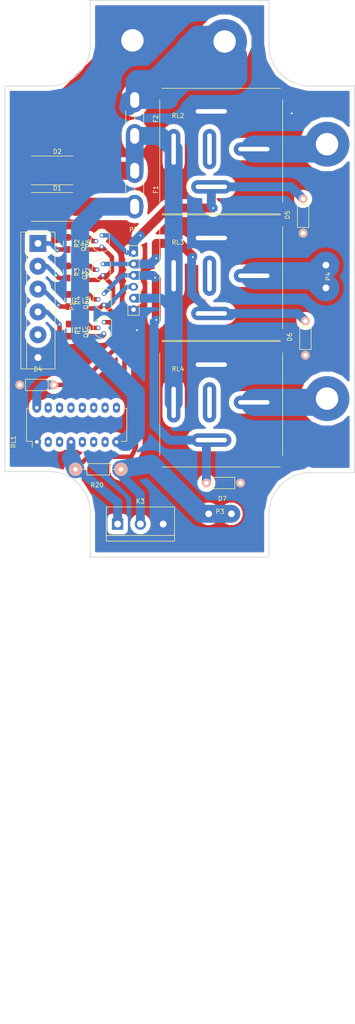
<source format=kicad_pcb>
(kicad_pcb (version 4) (host pcbnew 4.0.6)

  (general
    (links 63)
    (no_connects 0)
    (area 33.269 44.857999 112.925001 272.896001)
    (thickness 1.6)
    (drawings 33)
    (tracks 262)
    (zones 0)
    (modules 34)
    (nets 22)
  )

  (page A4)
  (layers
    (0 F.Cu signal)
    (31 B.Cu signal hide)
    (32 B.Adhes user)
    (33 F.Adhes user)
    (34 B.Paste user)
    (35 F.Paste user)
    (36 B.SilkS user)
    (37 F.SilkS user)
    (38 B.Mask user)
    (39 F.Mask user)
    (40 Dwgs.User user)
    (41 Cmts.User user)
    (42 Eco1.User user)
    (43 Eco2.User user)
    (44 Edge.Cuts user)
    (45 Margin user)
    (46 B.CrtYd user)
    (47 F.CrtYd user)
    (48 B.Fab user)
    (49 F.Fab user)
  )

  (setup
    (last_trace_width 1)
    (trace_clearance 0.5)
    (zone_clearance 1)
    (zone_45_only no)
    (trace_min 0.2)
    (segment_width 0.2)
    (edge_width 0.15)
    (via_size 0.6)
    (via_drill 0.4)
    (via_min_size 0.4)
    (via_min_drill 0.3)
    (uvia_size 0.3)
    (uvia_drill 0.1)
    (uvias_allowed no)
    (uvia_min_size 0.2)
    (uvia_min_drill 0.1)
    (pcb_text_width 0.3)
    (pcb_text_size 1.5 1.5)
    (mod_edge_width 0.15)
    (mod_text_size 1 1)
    (mod_text_width 0.15)
    (pad_size 1.524 1.524)
    (pad_drill 0.762)
    (pad_to_mask_clearance 0.2)
    (aux_axis_origin 33.15 170.625)
    (visible_elements FFFFFF7F)
    (pcbplotparams
      (layerselection 0x01000_80000001)
      (usegerberextensions false)
      (excludeedgelayer true)
      (linewidth 0.100000)
      (plotframeref false)
      (viasonmask false)
      (mode 1)
      (useauxorigin true)
      (hpglpennumber 1)
      (hpglpenspeed 20)
      (hpglpendiameter 15)
      (hpglpenoverlay 2)
      (psnegative false)
      (psa4output false)
      (plotreference true)
      (plotvalue true)
      (plotinvisibletext false)
      (padsonsilk false)
      (subtractmaskfromsilk false)
      (outputformat 1)
      (mirror false)
      (drillshape 0)
      (scaleselection 1)
      (outputdirectory ""))
  )

  (net 0 "")
  (net 1 FuelLevel-)
  (net 2 BatteryProtected+)
  (net 3 "Net-(D4-Pad2)")
  (net 4 Battery+)
  (net 5 BatterySwitched+)
  (net 6 Excitation)
  (net 7 StopBtn)
  (net 8 OnOffBtn)
  (net 9 GlowBtn)
  (net 10 StartBtn)
  (net 11 StopSolenoid)
  (net 12 StarterMotorT30)
  (net 13 GlowPlugs)
  (net 14 "Net-(Q1-Pad2)")
  (net 15 "Net-(Q2-Pad2)")
  (net 16 "Net-(Q3-Pad2)")
  (net 17 "Net-(Q4-Pad2)")
  (net 18 StartBtnDirect)
  (net 19 StopBtnDirect)
  (net 20 GlowBtnDirect)
  (net 21 BatteryUnfused+)

  (net_class Default "This is the default net class."
    (clearance 0.5)
    (trace_width 1)
    (via_dia 0.6)
    (via_drill 0.4)
    (uvia_dia 0.3)
    (uvia_drill 0.1)
    (add_net Battery+)
    (add_net BatteryProtected+)
    (add_net BatterySwitched+)
    (add_net BatteryUnfused+)
    (add_net Excitation)
    (add_net FuelLevel-)
    (add_net GlowBtn)
    (add_net GlowBtnDirect)
    (add_net GlowPlugs)
    (add_net "Net-(D4-Pad2)")
    (add_net "Net-(Q1-Pad2)")
    (add_net "Net-(Q2-Pad2)")
    (add_net "Net-(Q3-Pad2)")
    (add_net "Net-(Q4-Pad2)")
    (add_net OnOffBtn)
    (add_net StartBtn)
    (add_net StartBtnDirect)
    (add_net StarterMotorT30)
    (add_net StopBtn)
    (add_net StopBtnDirect)
    (add_net StopSolenoid)
  )

  (module Diodes_SMD:DO-214AB_Handsoldering (layer F.Cu) (tedit 55429DAE) (tstamp 61057511)
    (at 46.482 90.932)
    (descr "Jedec DO-214AB diode package. Designed according to Fairchild SS32 datasheet.")
    (tags "DO-214AB diode Handsoldering")
    (path /61026462)
    (attr smd)
    (fp_text reference D1 (at 0 -4.2) (layer F.SilkS)
      (effects (font (size 1 1) (thickness 0.15)))
    )
    (fp_text value "SMBJ30CA-TR TSV" (at 0 4.6) (layer F.Fab)
      (effects (font (size 1 1) (thickness 0.15)))
    )
    (fp_line (start -6.15 -3.45) (end 6.15 -3.45) (layer F.CrtYd) (width 0.05))
    (fp_line (start 6.15 -3.45) (end 6.15 3.45) (layer F.CrtYd) (width 0.05))
    (fp_line (start 6.15 3.45) (end -6.15 3.45) (layer F.CrtYd) (width 0.05))
    (fp_line (start -6.15 3.45) (end -6.15 -3.45) (layer F.CrtYd) (width 0.05))
    (fp_line (start 3.5 3.2) (end -5.8 3.2) (layer F.SilkS) (width 0.15))
    (fp_line (start -5.8 -3.2) (end 3.5 -3.2) (layer F.SilkS) (width 0.15))
    (pad 2 smd rect (at 4.1 0) (size 3.6 3.2) (layers F.Cu F.Paste F.Mask)
      (net 2 BatteryProtected+))
    (pad 1 smd rect (at -4.1 0) (size 3.6 3.2) (layers F.Cu F.Paste F.Mask)
      (net 1 FuelLevel-))
    (model Diodes_SMD.3dshapes/DO-214AB_Handsoldering.wrl
      (at (xyz 0 0 0))
      (scale (xyz 0.39 0.39 0.39))
      (rotate (xyz 0 0 180))
    )
  )

  (module Resistors_ThroughHole:Resistor_Horizontal_RM7mm (layer F.Cu) (tedit 569FCF07) (tstamp 6105751D)
    (at 38.1 130.556)
    (descr "Resistor, Axial,  RM 7.62mm, 1/3W,")
    (tags "Resistor Axial RM 7.62mm 1/3W R3")
    (path /6107E381)
    (fp_text reference D4 (at 4.05892 -3.50012) (layer F.SilkS)
      (effects (font (size 1 1) (thickness 0.15)))
    )
    (fp_text value 1N5819 (at 3.81 3.81) (layer F.Fab)
      (effects (font (size 1 1) (thickness 0.15)))
    )
    (fp_line (start -1.25 -1.5) (end 8.85 -1.5) (layer F.CrtYd) (width 0.05))
    (fp_line (start -1.25 1.5) (end -1.25 -1.5) (layer F.CrtYd) (width 0.05))
    (fp_line (start 8.85 -1.5) (end 8.85 1.5) (layer F.CrtYd) (width 0.05))
    (fp_line (start -1.25 1.5) (end 8.85 1.5) (layer F.CrtYd) (width 0.05))
    (fp_line (start 1.27 -1.27) (end 6.35 -1.27) (layer F.SilkS) (width 0.15))
    (fp_line (start 6.35 -1.27) (end 6.35 1.27) (layer F.SilkS) (width 0.15))
    (fp_line (start 6.35 1.27) (end 1.27 1.27) (layer F.SilkS) (width 0.15))
    (fp_line (start 1.27 1.27) (end 1.27 -1.27) (layer F.SilkS) (width 0.15))
    (pad 1 thru_hole circle (at 0 0) (size 1.99898 1.99898) (drill 1.00076) (layers *.Cu *.SilkS *.Mask)
      (net 1 FuelLevel-))
    (pad 2 thru_hole circle (at 7.62 0) (size 1.99898 1.99898) (drill 1.00076) (layers *.Cu *.SilkS *.Mask)
      (net 3 "Net-(D4-Pad2)"))
  )

  (module Resistors_ThroughHole:Resistor_Horizontal_RM7mm (layer F.Cu) (tedit 569FCF07) (tstamp 61057523)
    (at 101.346 96.774 90)
    (descr "Resistor, Axial,  RM 7.62mm, 1/3W,")
    (tags "Resistor Axial RM 7.62mm 1/3W R3")
    (path /61080FD6)
    (fp_text reference D5 (at 4.05892 -3.50012 90) (layer F.SilkS)
      (effects (font (size 1 1) (thickness 0.15)))
    )
    (fp_text value 1N5819 (at 3.81 3.81 90) (layer F.Fab)
      (effects (font (size 1 1) (thickness 0.15)))
    )
    (fp_line (start -1.25 -1.5) (end 8.85 -1.5) (layer F.CrtYd) (width 0.05))
    (fp_line (start -1.25 1.5) (end -1.25 -1.5) (layer F.CrtYd) (width 0.05))
    (fp_line (start 8.85 -1.5) (end 8.85 1.5) (layer F.CrtYd) (width 0.05))
    (fp_line (start -1.25 1.5) (end 8.85 1.5) (layer F.CrtYd) (width 0.05))
    (fp_line (start 1.27 -1.27) (end 6.35 -1.27) (layer F.SilkS) (width 0.15))
    (fp_line (start 6.35 -1.27) (end 6.35 1.27) (layer F.SilkS) (width 0.15))
    (fp_line (start 6.35 1.27) (end 1.27 1.27) (layer F.SilkS) (width 0.15))
    (fp_line (start 1.27 1.27) (end 1.27 -1.27) (layer F.SilkS) (width 0.15))
    (pad 1 thru_hole circle (at 0 0 90) (size 1.99898 1.99898) (drill 1.00076) (layers *.Cu *.SilkS *.Mask)
      (net 1 FuelLevel-))
    (pad 2 thru_hole circle (at 7.62 0 90) (size 1.99898 1.99898) (drill 1.00076) (layers *.Cu *.SilkS *.Mask)
      (net 18 StartBtnDirect))
  )

  (module Resistors_ThroughHole:Resistor_Horizontal_RM7mm (layer F.Cu) (tedit 569FCF07) (tstamp 61057529)
    (at 101.854 123.952 90)
    (descr "Resistor, Axial,  RM 7.62mm, 1/3W,")
    (tags "Resistor Axial RM 7.62mm 1/3W R3")
    (path /61082CBE)
    (fp_text reference D6 (at 4.05892 -3.50012 90) (layer F.SilkS)
      (effects (font (size 1 1) (thickness 0.15)))
    )
    (fp_text value 1N5819 (at 3.81 3.81 90) (layer F.Fab)
      (effects (font (size 1 1) (thickness 0.15)))
    )
    (fp_line (start -1.25 -1.5) (end 8.85 -1.5) (layer F.CrtYd) (width 0.05))
    (fp_line (start -1.25 1.5) (end -1.25 -1.5) (layer F.CrtYd) (width 0.05))
    (fp_line (start 8.85 -1.5) (end 8.85 1.5) (layer F.CrtYd) (width 0.05))
    (fp_line (start -1.25 1.5) (end 8.85 1.5) (layer F.CrtYd) (width 0.05))
    (fp_line (start 1.27 -1.27) (end 6.35 -1.27) (layer F.SilkS) (width 0.15))
    (fp_line (start 6.35 -1.27) (end 6.35 1.27) (layer F.SilkS) (width 0.15))
    (fp_line (start 6.35 1.27) (end 1.27 1.27) (layer F.SilkS) (width 0.15))
    (fp_line (start 1.27 1.27) (end 1.27 -1.27) (layer F.SilkS) (width 0.15))
    (pad 1 thru_hole circle (at 0 0 90) (size 1.99898 1.99898) (drill 1.00076) (layers *.Cu *.SilkS *.Mask)
      (net 1 FuelLevel-))
    (pad 2 thru_hole circle (at 7.62 0 90) (size 1.99898 1.99898) (drill 1.00076) (layers *.Cu *.SilkS *.Mask)
      (net 19 StopBtnDirect))
  )

  (module Resistors_ThroughHole:Resistor_Horizontal_RM7mm (layer F.Cu) (tedit 569FCF07) (tstamp 6105752F)
    (at 87.376 152.4 180)
    (descr "Resistor, Axial,  RM 7.62mm, 1/3W,")
    (tags "Resistor Axial RM 7.62mm 1/3W R3")
    (path /61082DB9)
    (fp_text reference D7 (at 4.05892 -3.50012 180) (layer F.SilkS)
      (effects (font (size 1 1) (thickness 0.15)))
    )
    (fp_text value 1N5819 (at 3.81 3.81 180) (layer F.Fab)
      (effects (font (size 1 1) (thickness 0.15)))
    )
    (fp_line (start -1.25 -1.5) (end 8.85 -1.5) (layer F.CrtYd) (width 0.05))
    (fp_line (start -1.25 1.5) (end -1.25 -1.5) (layer F.CrtYd) (width 0.05))
    (fp_line (start 8.85 -1.5) (end 8.85 1.5) (layer F.CrtYd) (width 0.05))
    (fp_line (start -1.25 1.5) (end 8.85 1.5) (layer F.CrtYd) (width 0.05))
    (fp_line (start 1.27 -1.27) (end 6.35 -1.27) (layer F.SilkS) (width 0.15))
    (fp_line (start 6.35 -1.27) (end 6.35 1.27) (layer F.SilkS) (width 0.15))
    (fp_line (start 6.35 1.27) (end 1.27 1.27) (layer F.SilkS) (width 0.15))
    (fp_line (start 1.27 1.27) (end 1.27 -1.27) (layer F.SilkS) (width 0.15))
    (pad 1 thru_hole circle (at 0 0 180) (size 1.99898 1.99898) (drill 1.00076) (layers *.Cu *.SilkS *.Mask)
      (net 1 FuelLevel-))
    (pad 2 thru_hole circle (at 7.62 0 180) (size 1.99898 1.99898) (drill 1.00076) (layers *.Cu *.SilkS *.Mask)
      (net 20 GlowBtnDirect))
  )

  (module Fuse_Holders_and_Fuses:BladeFuse-Mini (layer F.Cu) (tedit 0) (tstamp 61057535)
    (at 63.754 86.868 270)
    (path /6102616B)
    (fp_text reference F1 (at 0.2 -4.7 270) (layer F.SilkS)
      (effects (font (size 1 1) (thickness 0.15)))
    )
    (fp_text value "FUSE 5A" (at 0.2 4.7 270) (layer F.Fab)
      (effects (font (size 1 1) (thickness 0.15)))
    )
    (fp_line (start -0.75 0) (end 0.85 0) (layer F.SilkS) (width 0.15))
    (fp_line (start 1.6 2) (end -1.6 2) (layer F.SilkS) (width 0.15))
    (fp_line (start -1.6 -2) (end 1.6 -2) (layer F.SilkS) (width 0.15))
    (pad 1 thru_hole oval (at -4 0 270) (size 5.5 3.8) (drill oval 3.5 2) (layers *.Cu *.Mask)
      (net 4 Battery+))
    (pad 2 thru_hole oval (at 4 0 270) (size 5.3 3.8) (drill oval 3.5 2) (layers *.Cu *.Mask)
      (net 2 BatteryProtected+))
    (model Fuse_Holders_and_Fuses.3dshapes/BladeFuse-Mini.wrl
      (at (xyz 0 0 0))
      (scale (xyz 0.3937 0.3937 0.3937))
      (rotate (xyz 0 0 0))
    )
  )

  (module TO_SOT_Packages_THT:TO-92_Molded_Narrow (layer F.Cu) (tedit 54F242E1) (tstamp 610575B2)
    (at 56.896 119.126 90)
    (descr "TO-92 leads molded, narrow, drill 0.6mm (see NXP sot054_po.pdf)")
    (tags "to-92 sc-43 sc-43a sot54 PA33 transistor")
    (path /6107BD07)
    (fp_text reference Q1 (at 0 -4 90) (layer F.SilkS)
      (effects (font (size 1 1) (thickness 0.15)))
    )
    (fp_text value 2N2907 (at 0 3 90) (layer F.Fab)
      (effects (font (size 1 1) (thickness 0.15)))
    )
    (fp_line (start -1.4 1.95) (end -1.4 -2.65) (layer F.CrtYd) (width 0.05))
    (fp_line (start -1.4 1.95) (end 3.9 1.95) (layer F.CrtYd) (width 0.05))
    (fp_line (start -0.43 1.7) (end 2.97 1.7) (layer F.SilkS) (width 0.15))
    (fp_arc (start 1.27 0) (end 1.27 -2.4) (angle -135) (layer F.SilkS) (width 0.15))
    (fp_arc (start 1.27 0) (end 1.27 -2.4) (angle 135) (layer F.SilkS) (width 0.15))
    (fp_line (start -1.4 -2.65) (end 3.9 -2.65) (layer F.CrtYd) (width 0.05))
    (fp_line (start 3.9 1.95) (end 3.9 -2.65) (layer F.CrtYd) (width 0.05))
    (pad 2 thru_hole circle (at 1.27 -1.27 180) (size 1.00076 1.00076) (drill 0.6) (layers *.Cu *.Mask)
      (net 14 "Net-(Q1-Pad2)"))
    (pad 3 thru_hole circle (at 2.54 0 180) (size 1.00076 1.00076) (drill 0.6) (layers *.Cu *.Mask)
      (net 3 "Net-(D4-Pad2)"))
    (pad 1 thru_hole circle (at 0 0 180) (size 1.00076 1.00076) (drill 0.6) (layers *.Cu *.Mask)
      (net 2 BatteryProtected+))
    (model TO_SOT_Packages_THT.3dshapes/TO-92_Molded_Narrow.wrl
      (at (xyz 0.05 0 0))
      (scale (xyz 1 1 1))
      (rotate (xyz 0 0 -90))
    )
  )

  (module TO_SOT_Packages_THT:TO-92_Molded_Narrow (layer F.Cu) (tedit 54F242E1) (tstamp 610575B9)
    (at 56.388 99.822 90)
    (descr "TO-92 leads molded, narrow, drill 0.6mm (see NXP sot054_po.pdf)")
    (tags "to-92 sc-43 sc-43a sot54 PA33 transistor")
    (path /6107FB8C)
    (fp_text reference Q2 (at 0 -4 90) (layer F.SilkS)
      (effects (font (size 1 1) (thickness 0.15)))
    )
    (fp_text value 2N2907 (at 0 3 90) (layer F.Fab)
      (effects (font (size 1 1) (thickness 0.15)))
    )
    (fp_line (start -1.4 1.95) (end -1.4 -2.65) (layer F.CrtYd) (width 0.05))
    (fp_line (start -1.4 1.95) (end 3.9 1.95) (layer F.CrtYd) (width 0.05))
    (fp_line (start -0.43 1.7) (end 2.97 1.7) (layer F.SilkS) (width 0.15))
    (fp_arc (start 1.27 0) (end 1.27 -2.4) (angle -135) (layer F.SilkS) (width 0.15))
    (fp_arc (start 1.27 0) (end 1.27 -2.4) (angle 135) (layer F.SilkS) (width 0.15))
    (fp_line (start -1.4 -2.65) (end 3.9 -2.65) (layer F.CrtYd) (width 0.05))
    (fp_line (start 3.9 1.95) (end 3.9 -2.65) (layer F.CrtYd) (width 0.05))
    (pad 2 thru_hole circle (at 1.27 -1.27 180) (size 1.00076 1.00076) (drill 0.6) (layers *.Cu *.Mask)
      (net 15 "Net-(Q2-Pad2)"))
    (pad 3 thru_hole circle (at 2.54 0 180) (size 1.00076 1.00076) (drill 0.6) (layers *.Cu *.Mask)
      (net 18 StartBtnDirect))
    (pad 1 thru_hole circle (at 0 0 180) (size 1.00076 1.00076) (drill 0.6) (layers *.Cu *.Mask)
      (net 5 BatterySwitched+))
    (model TO_SOT_Packages_THT.3dshapes/TO-92_Molded_Narrow.wrl
      (at (xyz 0.05 0 0))
      (scale (xyz 1 1 1))
      (rotate (xyz 0 0 -90))
    )
  )

  (module TO_SOT_Packages_THT:TO-92_Molded_Narrow (layer F.Cu) (tedit 54F242E1) (tstamp 610575C0)
    (at 56.642 106.172 90)
    (descr "TO-92 leads molded, narrow, drill 0.6mm (see NXP sot054_po.pdf)")
    (tags "to-92 sc-43 sc-43a sot54 PA33 transistor")
    (path /610816AD)
    (fp_text reference Q3 (at 0 -4 90) (layer F.SilkS)
      (effects (font (size 1 1) (thickness 0.15)))
    )
    (fp_text value 2N2907 (at 0 3 90) (layer F.Fab)
      (effects (font (size 1 1) (thickness 0.15)))
    )
    (fp_line (start -1.4 1.95) (end -1.4 -2.65) (layer F.CrtYd) (width 0.05))
    (fp_line (start -1.4 1.95) (end 3.9 1.95) (layer F.CrtYd) (width 0.05))
    (fp_line (start -0.43 1.7) (end 2.97 1.7) (layer F.SilkS) (width 0.15))
    (fp_arc (start 1.27 0) (end 1.27 -2.4) (angle -135) (layer F.SilkS) (width 0.15))
    (fp_arc (start 1.27 0) (end 1.27 -2.4) (angle 135) (layer F.SilkS) (width 0.15))
    (fp_line (start -1.4 -2.65) (end 3.9 -2.65) (layer F.CrtYd) (width 0.05))
    (fp_line (start 3.9 1.95) (end 3.9 -2.65) (layer F.CrtYd) (width 0.05))
    (pad 2 thru_hole circle (at 1.27 -1.27 180) (size 1.00076 1.00076) (drill 0.6) (layers *.Cu *.Mask)
      (net 16 "Net-(Q3-Pad2)"))
    (pad 3 thru_hole circle (at 2.54 0 180) (size 1.00076 1.00076) (drill 0.6) (layers *.Cu *.Mask)
      (net 19 StopBtnDirect))
    (pad 1 thru_hole circle (at 0 0 180) (size 1.00076 1.00076) (drill 0.6) (layers *.Cu *.Mask)
      (net 5 BatterySwitched+))
    (model TO_SOT_Packages_THT.3dshapes/TO-92_Molded_Narrow.wrl
      (at (xyz 0.05 0 0))
      (scale (xyz 1 1 1))
      (rotate (xyz 0 0 -90))
    )
  )

  (module TO_SOT_Packages_THT:TO-92_Molded_Narrow (layer F.Cu) (tedit 54F242E1) (tstamp 610575C7)
    (at 56.896 112.776 90)
    (descr "TO-92 leads molded, narrow, drill 0.6mm (see NXP sot054_po.pdf)")
    (tags "to-92 sc-43 sc-43a sot54 PA33 transistor")
    (path /61081A64)
    (fp_text reference Q4 (at 0 -4 90) (layer F.SilkS)
      (effects (font (size 1 1) (thickness 0.15)))
    )
    (fp_text value 2N2907 (at 0 3 90) (layer F.Fab)
      (effects (font (size 1 1) (thickness 0.15)))
    )
    (fp_line (start -1.4 1.95) (end -1.4 -2.65) (layer F.CrtYd) (width 0.05))
    (fp_line (start -1.4 1.95) (end 3.9 1.95) (layer F.CrtYd) (width 0.05))
    (fp_line (start -0.43 1.7) (end 2.97 1.7) (layer F.SilkS) (width 0.15))
    (fp_arc (start 1.27 0) (end 1.27 -2.4) (angle -135) (layer F.SilkS) (width 0.15))
    (fp_arc (start 1.27 0) (end 1.27 -2.4) (angle 135) (layer F.SilkS) (width 0.15))
    (fp_line (start -1.4 -2.65) (end 3.9 -2.65) (layer F.CrtYd) (width 0.05))
    (fp_line (start 3.9 1.95) (end 3.9 -2.65) (layer F.CrtYd) (width 0.05))
    (pad 2 thru_hole circle (at 1.27 -1.27 180) (size 1.00076 1.00076) (drill 0.6) (layers *.Cu *.Mask)
      (net 17 "Net-(Q4-Pad2)"))
    (pad 3 thru_hole circle (at 2.54 0 180) (size 1.00076 1.00076) (drill 0.6) (layers *.Cu *.Mask)
      (net 20 GlowBtnDirect))
    (pad 1 thru_hole circle (at 0 0 180) (size 1.00076 1.00076) (drill 0.6) (layers *.Cu *.Mask)
      (net 5 BatterySwitched+))
    (model TO_SOT_Packages_THT.3dshapes/TO-92_Molded_Narrow.wrl
      (at (xyz 0.05 0 0))
      (scale (xyz 1 1 1))
      (rotate (xyz 0 0 -90))
    )
  )

  (module Resistors_SMD:R_0805_HandSoldering (layer F.Cu) (tedit 58307B90) (tstamp 610575D4)
    (at 49.022 118.364 270)
    (descr "Resistor SMD 0805, hand soldering")
    (tags "resistor 0805")
    (path /6107BF1E)
    (attr smd)
    (fp_text reference R1 (at 0 -2.1 270) (layer F.SilkS)
      (effects (font (size 1 1) (thickness 0.15)))
    )
    (fp_text value 1K (at 0 2.1 270) (layer F.Fab)
      (effects (font (size 1 1) (thickness 0.15)))
    )
    (fp_line (start -1 0.625) (end -1 -0.625) (layer F.Fab) (width 0.1))
    (fp_line (start 1 0.625) (end -1 0.625) (layer F.Fab) (width 0.1))
    (fp_line (start 1 -0.625) (end 1 0.625) (layer F.Fab) (width 0.1))
    (fp_line (start -1 -0.625) (end 1 -0.625) (layer F.Fab) (width 0.1))
    (fp_line (start -2.4 -1) (end 2.4 -1) (layer F.CrtYd) (width 0.05))
    (fp_line (start -2.4 1) (end 2.4 1) (layer F.CrtYd) (width 0.05))
    (fp_line (start -2.4 -1) (end -2.4 1) (layer F.CrtYd) (width 0.05))
    (fp_line (start 2.4 -1) (end 2.4 1) (layer F.CrtYd) (width 0.05))
    (fp_line (start 0.6 0.875) (end -0.6 0.875) (layer F.SilkS) (width 0.15))
    (fp_line (start -0.6 -0.875) (end 0.6 -0.875) (layer F.SilkS) (width 0.15))
    (pad 1 smd rect (at -1.35 0 270) (size 1.5 1.3) (layers F.Cu F.Paste F.Mask)
      (net 14 "Net-(Q1-Pad2)"))
    (pad 2 smd rect (at 1.35 0 270) (size 1.5 1.3) (layers F.Cu F.Paste F.Mask)
      (net 8 OnOffBtn))
    (model Resistors_SMD.3dshapes/R_0805_HandSoldering.wrl
      (at (xyz 0 0 0))
      (scale (xyz 1 1 1))
      (rotate (xyz 0 0 0))
    )
  )

  (module Resistors_SMD:R_0805_HandSoldering (layer F.Cu) (tedit 58307B90) (tstamp 610575DA)
    (at 48.768 99.06 270)
    (descr "Resistor SMD 0805, hand soldering")
    (tags "resistor 0805")
    (path /6107FB92)
    (attr smd)
    (fp_text reference R2 (at 0 -2.1 270) (layer F.SilkS)
      (effects (font (size 1 1) (thickness 0.15)))
    )
    (fp_text value 1K (at 0 2.1 270) (layer F.Fab)
      (effects (font (size 1 1) (thickness 0.15)))
    )
    (fp_line (start -1 0.625) (end -1 -0.625) (layer F.Fab) (width 0.1))
    (fp_line (start 1 0.625) (end -1 0.625) (layer F.Fab) (width 0.1))
    (fp_line (start 1 -0.625) (end 1 0.625) (layer F.Fab) (width 0.1))
    (fp_line (start -1 -0.625) (end 1 -0.625) (layer F.Fab) (width 0.1))
    (fp_line (start -2.4 -1) (end 2.4 -1) (layer F.CrtYd) (width 0.05))
    (fp_line (start -2.4 1) (end 2.4 1) (layer F.CrtYd) (width 0.05))
    (fp_line (start -2.4 -1) (end -2.4 1) (layer F.CrtYd) (width 0.05))
    (fp_line (start 2.4 -1) (end 2.4 1) (layer F.CrtYd) (width 0.05))
    (fp_line (start 0.6 0.875) (end -0.6 0.875) (layer F.SilkS) (width 0.15))
    (fp_line (start -0.6 -0.875) (end 0.6 -0.875) (layer F.SilkS) (width 0.15))
    (pad 1 smd rect (at -1.35 0 270) (size 1.5 1.3) (layers F.Cu F.Paste F.Mask)
      (net 15 "Net-(Q2-Pad2)"))
    (pad 2 smd rect (at 1.35 0 270) (size 1.5 1.3) (layers F.Cu F.Paste F.Mask)
      (net 10 StartBtn))
    (model Resistors_SMD.3dshapes/R_0805_HandSoldering.wrl
      (at (xyz 0 0 0))
      (scale (xyz 1 1 1))
      (rotate (xyz 0 0 0))
    )
  )

  (module Resistors_SMD:R_0805_HandSoldering (layer F.Cu) (tedit 58307B90) (tstamp 610575E0)
    (at 48.768 105.41 270)
    (descr "Resistor SMD 0805, hand soldering")
    (tags "resistor 0805")
    (path /610816B3)
    (attr smd)
    (fp_text reference R3 (at 0 -2.1 270) (layer F.SilkS)
      (effects (font (size 1 1) (thickness 0.15)))
    )
    (fp_text value 1K (at 0 2.1 270) (layer F.Fab)
      (effects (font (size 1 1) (thickness 0.15)))
    )
    (fp_line (start -1 0.625) (end -1 -0.625) (layer F.Fab) (width 0.1))
    (fp_line (start 1 0.625) (end -1 0.625) (layer F.Fab) (width 0.1))
    (fp_line (start 1 -0.625) (end 1 0.625) (layer F.Fab) (width 0.1))
    (fp_line (start -1 -0.625) (end 1 -0.625) (layer F.Fab) (width 0.1))
    (fp_line (start -2.4 -1) (end 2.4 -1) (layer F.CrtYd) (width 0.05))
    (fp_line (start -2.4 1) (end 2.4 1) (layer F.CrtYd) (width 0.05))
    (fp_line (start -2.4 -1) (end -2.4 1) (layer F.CrtYd) (width 0.05))
    (fp_line (start 2.4 -1) (end 2.4 1) (layer F.CrtYd) (width 0.05))
    (fp_line (start 0.6 0.875) (end -0.6 0.875) (layer F.SilkS) (width 0.15))
    (fp_line (start -0.6 -0.875) (end 0.6 -0.875) (layer F.SilkS) (width 0.15))
    (pad 1 smd rect (at -1.35 0 270) (size 1.5 1.3) (layers F.Cu F.Paste F.Mask)
      (net 16 "Net-(Q3-Pad2)"))
    (pad 2 smd rect (at 1.35 0 270) (size 1.5 1.3) (layers F.Cu F.Paste F.Mask)
      (net 7 StopBtn))
    (model Resistors_SMD.3dshapes/R_0805_HandSoldering.wrl
      (at (xyz 0 0 0))
      (scale (xyz 1 1 1))
      (rotate (xyz 0 0 0))
    )
  )

  (module Resistors_SMD:R_0805_HandSoldering (layer F.Cu) (tedit 58307B90) (tstamp 610575E6)
    (at 49.022 111.76 270)
    (descr "Resistor SMD 0805, hand soldering")
    (tags "resistor 0805")
    (path /61081A6A)
    (attr smd)
    (fp_text reference R4 (at 0 -2.1 270) (layer F.SilkS)
      (effects (font (size 1 1) (thickness 0.15)))
    )
    (fp_text value 1K (at 0 2.1 270) (layer F.Fab)
      (effects (font (size 1 1) (thickness 0.15)))
    )
    (fp_line (start -1 0.625) (end -1 -0.625) (layer F.Fab) (width 0.1))
    (fp_line (start 1 0.625) (end -1 0.625) (layer F.Fab) (width 0.1))
    (fp_line (start 1 -0.625) (end 1 0.625) (layer F.Fab) (width 0.1))
    (fp_line (start -1 -0.625) (end 1 -0.625) (layer F.Fab) (width 0.1))
    (fp_line (start -2.4 -1) (end 2.4 -1) (layer F.CrtYd) (width 0.05))
    (fp_line (start -2.4 1) (end 2.4 1) (layer F.CrtYd) (width 0.05))
    (fp_line (start -2.4 -1) (end -2.4 1) (layer F.CrtYd) (width 0.05))
    (fp_line (start 2.4 -1) (end 2.4 1) (layer F.CrtYd) (width 0.05))
    (fp_line (start 0.6 0.875) (end -0.6 0.875) (layer F.SilkS) (width 0.15))
    (fp_line (start -0.6 -0.875) (end 0.6 -0.875) (layer F.SilkS) (width 0.15))
    (pad 1 smd rect (at -1.35 0 270) (size 1.5 1.3) (layers F.Cu F.Paste F.Mask)
      (net 17 "Net-(Q4-Pad2)"))
    (pad 2 smd rect (at 1.35 0 270) (size 1.5 1.3) (layers F.Cu F.Paste F.Mask)
      (net 9 GlowBtn))
    (model Resistors_SMD.3dshapes/R_0805_HandSoldering.wrl
      (at (xyz 0 0 0))
      (scale (xyz 1 1 1))
      (rotate (xyz 0 0 0))
    )
  )

  (module Resistors_SMD:R_0805_HandSoldering (layer F.Cu) (tedit 58307B90) (tstamp 610575EC)
    (at 51.308 118.364 270)
    (descr "Resistor SMD 0805, hand soldering")
    (tags "resistor 0805")
    (path /6107DC1B)
    (attr smd)
    (fp_text reference R5 (at 0 -2.1 270) (layer F.SilkS)
      (effects (font (size 1 1) (thickness 0.15)))
    )
    (fp_text value 10K (at 0 2.1 270) (layer F.Fab)
      (effects (font (size 1 1) (thickness 0.15)))
    )
    (fp_line (start -1 0.625) (end -1 -0.625) (layer F.Fab) (width 0.1))
    (fp_line (start 1 0.625) (end -1 0.625) (layer F.Fab) (width 0.1))
    (fp_line (start 1 -0.625) (end 1 0.625) (layer F.Fab) (width 0.1))
    (fp_line (start -1 -0.625) (end 1 -0.625) (layer F.Fab) (width 0.1))
    (fp_line (start -2.4 -1) (end 2.4 -1) (layer F.CrtYd) (width 0.05))
    (fp_line (start -2.4 1) (end 2.4 1) (layer F.CrtYd) (width 0.05))
    (fp_line (start -2.4 -1) (end -2.4 1) (layer F.CrtYd) (width 0.05))
    (fp_line (start 2.4 -1) (end 2.4 1) (layer F.CrtYd) (width 0.05))
    (fp_line (start 0.6 0.875) (end -0.6 0.875) (layer F.SilkS) (width 0.15))
    (fp_line (start -0.6 -0.875) (end 0.6 -0.875) (layer F.SilkS) (width 0.15))
    (pad 1 smd rect (at -1.35 0 270) (size 1.5 1.3) (layers F.Cu F.Paste F.Mask)
      (net 14 "Net-(Q1-Pad2)"))
    (pad 2 smd rect (at 1.35 0 270) (size 1.5 1.3) (layers F.Cu F.Paste F.Mask)
      (net 2 BatteryProtected+))
    (model Resistors_SMD.3dshapes/R_0805_HandSoldering.wrl
      (at (xyz 0 0 0))
      (scale (xyz 1 1 1))
      (rotate (xyz 0 0 0))
    )
  )

  (module Resistors_SMD:R_0805_HandSoldering (layer F.Cu) (tedit 58307B90) (tstamp 610575F2)
    (at 51.308 99.06 270)
    (descr "Resistor SMD 0805, hand soldering")
    (tags "resistor 0805")
    (path /6107FB99)
    (attr smd)
    (fp_text reference R6 (at 0 -2.1 270) (layer F.SilkS)
      (effects (font (size 1 1) (thickness 0.15)))
    )
    (fp_text value 10K (at 0 2.1 270) (layer F.Fab)
      (effects (font (size 1 1) (thickness 0.15)))
    )
    (fp_line (start -1 0.625) (end -1 -0.625) (layer F.Fab) (width 0.1))
    (fp_line (start 1 0.625) (end -1 0.625) (layer F.Fab) (width 0.1))
    (fp_line (start 1 -0.625) (end 1 0.625) (layer F.Fab) (width 0.1))
    (fp_line (start -1 -0.625) (end 1 -0.625) (layer F.Fab) (width 0.1))
    (fp_line (start -2.4 -1) (end 2.4 -1) (layer F.CrtYd) (width 0.05))
    (fp_line (start -2.4 1) (end 2.4 1) (layer F.CrtYd) (width 0.05))
    (fp_line (start -2.4 -1) (end -2.4 1) (layer F.CrtYd) (width 0.05))
    (fp_line (start 2.4 -1) (end 2.4 1) (layer F.CrtYd) (width 0.05))
    (fp_line (start 0.6 0.875) (end -0.6 0.875) (layer F.SilkS) (width 0.15))
    (fp_line (start -0.6 -0.875) (end 0.6 -0.875) (layer F.SilkS) (width 0.15))
    (pad 1 smd rect (at -1.35 0 270) (size 1.5 1.3) (layers F.Cu F.Paste F.Mask)
      (net 15 "Net-(Q2-Pad2)"))
    (pad 2 smd rect (at 1.35 0 270) (size 1.5 1.3) (layers F.Cu F.Paste F.Mask)
      (net 5 BatterySwitched+))
    (model Resistors_SMD.3dshapes/R_0805_HandSoldering.wrl
      (at (xyz 0 0 0))
      (scale (xyz 1 1 1))
      (rotate (xyz 0 0 0))
    )
  )

  (module Resistors_SMD:R_0805_HandSoldering (layer F.Cu) (tedit 58307B90) (tstamp 610575F8)
    (at 51.308 105.41 270)
    (descr "Resistor SMD 0805, hand soldering")
    (tags "resistor 0805")
    (path /610816B9)
    (attr smd)
    (fp_text reference R7 (at 0 -2.1 270) (layer F.SilkS)
      (effects (font (size 1 1) (thickness 0.15)))
    )
    (fp_text value 10K (at 0 2.1 270) (layer F.Fab)
      (effects (font (size 1 1) (thickness 0.15)))
    )
    (fp_line (start -1 0.625) (end -1 -0.625) (layer F.Fab) (width 0.1))
    (fp_line (start 1 0.625) (end -1 0.625) (layer F.Fab) (width 0.1))
    (fp_line (start 1 -0.625) (end 1 0.625) (layer F.Fab) (width 0.1))
    (fp_line (start -1 -0.625) (end 1 -0.625) (layer F.Fab) (width 0.1))
    (fp_line (start -2.4 -1) (end 2.4 -1) (layer F.CrtYd) (width 0.05))
    (fp_line (start -2.4 1) (end 2.4 1) (layer F.CrtYd) (width 0.05))
    (fp_line (start -2.4 -1) (end -2.4 1) (layer F.CrtYd) (width 0.05))
    (fp_line (start 2.4 -1) (end 2.4 1) (layer F.CrtYd) (width 0.05))
    (fp_line (start 0.6 0.875) (end -0.6 0.875) (layer F.SilkS) (width 0.15))
    (fp_line (start -0.6 -0.875) (end 0.6 -0.875) (layer F.SilkS) (width 0.15))
    (pad 1 smd rect (at -1.35 0 270) (size 1.5 1.3) (layers F.Cu F.Paste F.Mask)
      (net 16 "Net-(Q3-Pad2)"))
    (pad 2 smd rect (at 1.35 0 270) (size 1.5 1.3) (layers F.Cu F.Paste F.Mask)
      (net 5 BatterySwitched+))
    (model Resistors_SMD.3dshapes/R_0805_HandSoldering.wrl
      (at (xyz 0 0 0))
      (scale (xyz 1 1 1))
      (rotate (xyz 0 0 0))
    )
  )

  (module Resistors_SMD:R_0805_HandSoldering (layer F.Cu) (tedit 58307B90) (tstamp 610575FE)
    (at 51.308 111.76 270)
    (descr "Resistor SMD 0805, hand soldering")
    (tags "resistor 0805")
    (path /61081A70)
    (attr smd)
    (fp_text reference R8 (at 0 -2.1 270) (layer F.SilkS)
      (effects (font (size 1 1) (thickness 0.15)))
    )
    (fp_text value 10K (at 0 2.1 270) (layer F.Fab)
      (effects (font (size 1 1) (thickness 0.15)))
    )
    (fp_line (start -1 0.625) (end -1 -0.625) (layer F.Fab) (width 0.1))
    (fp_line (start 1 0.625) (end -1 0.625) (layer F.Fab) (width 0.1))
    (fp_line (start 1 -0.625) (end 1 0.625) (layer F.Fab) (width 0.1))
    (fp_line (start -1 -0.625) (end 1 -0.625) (layer F.Fab) (width 0.1))
    (fp_line (start -2.4 -1) (end 2.4 -1) (layer F.CrtYd) (width 0.05))
    (fp_line (start -2.4 1) (end 2.4 1) (layer F.CrtYd) (width 0.05))
    (fp_line (start -2.4 -1) (end -2.4 1) (layer F.CrtYd) (width 0.05))
    (fp_line (start 2.4 -1) (end 2.4 1) (layer F.CrtYd) (width 0.05))
    (fp_line (start 0.6 0.875) (end -0.6 0.875) (layer F.SilkS) (width 0.15))
    (fp_line (start -0.6 -0.875) (end 0.6 -0.875) (layer F.SilkS) (width 0.15))
    (pad 1 smd rect (at -1.35 0 270) (size 1.5 1.3) (layers F.Cu F.Paste F.Mask)
      (net 17 "Net-(Q4-Pad2)"))
    (pad 2 smd rect (at 1.35 0 270) (size 1.5 1.3) (layers F.Cu F.Paste F.Mask)
      (net 5 BatterySwitched+))
    (model Resistors_SMD.3dshapes/R_0805_HandSoldering.wrl
      (at (xyz 0 0 0))
      (scale (xyz 1 1 1))
      (rotate (xyz 0 0 0))
    )
  )

  (module Housings_DIP:DIP-16_W7.62mm_LongPads (layer F.Cu) (tedit 54130A77) (tstamp 61057690)
    (at 41.91 143.256 90)
    (descr "16-lead dip package, row spacing 7.62 mm (300 mils), longer pads")
    (tags "dil dip 2.54 300")
    (path /6102A6C3)
    (fp_text reference RL1 (at 0 -5.22 90) (layer F.SilkS)
      (effects (font (size 1 1) (thickness 0.15)))
    )
    (fp_text value HFD2 (at 0 -3.72 90) (layer F.Fab)
      (effects (font (size 1 1) (thickness 0.15)))
    )
    (fp_line (start -1.4 -2.45) (end -1.4 20.25) (layer F.CrtYd) (width 0.05))
    (fp_line (start 9 -2.45) (end 9 20.25) (layer F.CrtYd) (width 0.05))
    (fp_line (start -1.4 -2.45) (end 9 -2.45) (layer F.CrtYd) (width 0.05))
    (fp_line (start -1.4 20.25) (end 9 20.25) (layer F.CrtYd) (width 0.05))
    (fp_line (start 0.135 -2.295) (end 0.135 -1.025) (layer F.SilkS) (width 0.15))
    (fp_line (start 7.485 -2.295) (end 7.485 -1.025) (layer F.SilkS) (width 0.15))
    (fp_line (start 7.485 20.075) (end 7.485 18.805) (layer F.SilkS) (width 0.15))
    (fp_line (start 0.135 20.075) (end 0.135 18.805) (layer F.SilkS) (width 0.15))
    (fp_line (start 0.135 -2.295) (end 7.485 -2.295) (layer F.SilkS) (width 0.15))
    (fp_line (start 0.135 20.075) (end 7.485 20.075) (layer F.SilkS) (width 0.15))
    (fp_line (start 0.135 -1.025) (end -1.15 -1.025) (layer F.SilkS) (width 0.15))
    (pad 1 thru_hole oval (at 0 0 90) (size 2.3 1.6) (drill 0.8) (layers *.Cu *.Mask)
      (net 1 FuelLevel-))
    (pad 2 thru_hole oval (at 0 2.54 90) (size 2.3 1.6) (drill 0.8) (layers *.Cu *.Mask))
    (pad 3 thru_hole oval (at 0 5.08 90) (size 2.3 1.6) (drill 0.8) (layers *.Cu *.Mask))
    (pad 4 thru_hole oval (at 0 7.62 90) (size 2.3 1.6) (drill 0.8) (layers *.Cu *.Mask)
      (net 5 BatterySwitched+))
    (pad 5 thru_hole oval (at 0 10.16 90) (size 2.3 1.6) (drill 0.8) (layers *.Cu *.Mask))
    (pad 6 thru_hole oval (at 0 12.7 90) (size 2.3 1.6) (drill 0.8) (layers *.Cu *.Mask))
    (pad 7 thru_hole oval (at 0 15.24 90) (size 2.3 1.6) (drill 0.8) (layers *.Cu *.Mask))
    (pad 8 thru_hole oval (at 0 17.78 90) (size 2.3 1.6) (drill 0.8) (layers *.Cu *.Mask)
      (net 2 BatteryProtected+))
    (pad 9 thru_hole oval (at 7.62 17.78 90) (size 2.3 1.6) (drill 0.8) (layers *.Cu *.Mask))
    (pad 10 thru_hole oval (at 7.62 15.24 90) (size 2.3 1.6) (drill 0.8) (layers *.Cu *.Mask))
    (pad 11 thru_hole oval (at 7.62 12.7 90) (size 2.3 1.6) (drill 0.8) (layers *.Cu *.Mask))
    (pad 12 thru_hole oval (at 7.62 10.16 90) (size 2.3 1.6) (drill 0.8) (layers *.Cu *.Mask))
    (pad 13 thru_hole oval (at 7.62 7.62 90) (size 2.3 1.6) (drill 0.8) (layers *.Cu *.Mask))
    (pad 14 thru_hole oval (at 7.62 5.08 90) (size 2.3 1.6) (drill 0.8) (layers *.Cu *.Mask))
    (pad 15 thru_hole oval (at 7.62 2.54 90) (size 2.3 1.6) (drill 0.8) (layers *.Cu *.Mask))
    (pad 16 thru_hole oval (at 7.62 0 90) (size 2.3 1.6) (drill 0.8) (layers *.Cu *.Mask)
      (net 3 "Net-(D4-Pad2)"))
    (model Housings_DIP.3dshapes/DIP-16_W7.62mm_LongPads.wrl
      (at (xyz 0 0 0))
      (scale (xyz 1 1 1))
      (rotate (xyz 0 0 0))
    )
  )

  (module Diodes_SMD:DO-214AB_Handsoldering (layer F.Cu) (tedit 55429DAE) (tstamp 61064245)
    (at 46.482 82.804)
    (descr "Jedec DO-214AB diode package. Designed according to Fairchild SS32 datasheet.")
    (tags "DO-214AB diode Handsoldering")
    (path /610B27E6)
    (attr smd)
    (fp_text reference D2 (at 0 -4.2) (layer F.SilkS)
      (effects (font (size 1 1) (thickness 0.15)))
    )
    (fp_text value "SMBJ30CA-TR TSV" (at 0 4.6) (layer F.Fab)
      (effects (font (size 1 1) (thickness 0.15)))
    )
    (fp_line (start -6.15 -3.45) (end 6.15 -3.45) (layer F.CrtYd) (width 0.05))
    (fp_line (start 6.15 -3.45) (end 6.15 3.45) (layer F.CrtYd) (width 0.05))
    (fp_line (start 6.15 3.45) (end -6.15 3.45) (layer F.CrtYd) (width 0.05))
    (fp_line (start -6.15 3.45) (end -6.15 -3.45) (layer F.CrtYd) (width 0.05))
    (fp_line (start 3.5 3.2) (end -5.8 3.2) (layer F.SilkS) (width 0.15))
    (fp_line (start -5.8 -3.2) (end 3.5 -3.2) (layer F.SilkS) (width 0.15))
    (pad 2 smd rect (at 4.1 0) (size 3.6 3.2) (layers F.Cu F.Paste F.Mask)
      (net 4 Battery+))
    (pad 1 smd rect (at -4.1 0) (size 3.6 3.2) (layers F.Cu F.Paste F.Mask)
      (net 1 FuelLevel-))
    (model Diodes_SMD.3dshapes/DO-214AB_Handsoldering.wrl
      (at (xyz 0 0 0))
      (scale (xyz 0.39 0.39 0.39))
      (rotate (xyz 0 0 180))
    )
  )

  (module Fuse_Holders_and_Fuses:BladeFuse-Mini (layer F.Cu) (tedit 0) (tstamp 6106424B)
    (at 63.754 71.12 270)
    (path /610B26B7)
    (fp_text reference F2 (at 0.2 -4.7 270) (layer F.SilkS)
      (effects (font (size 1 1) (thickness 0.15)))
    )
    (fp_text value "FUSE 40A" (at 0.2 4.7 270) (layer F.Fab)
      (effects (font (size 1 1) (thickness 0.15)))
    )
    (fp_line (start -0.75 0) (end 0.85 0) (layer F.SilkS) (width 0.15))
    (fp_line (start 1.6 2) (end -1.6 2) (layer F.SilkS) (width 0.15))
    (fp_line (start -1.6 -2) (end 1.6 -2) (layer F.SilkS) (width 0.15))
    (pad 1 thru_hole oval (at -4 0 270) (size 5.5 3.8) (drill oval 3.5 2) (layers *.Cu *.Mask)
      (net 21 BatteryUnfused+))
    (pad 2 thru_hole oval (at 4 0 270) (size 5.3 3.8) (drill oval 3.5 2) (layers *.Cu *.Mask)
      (net 4 Battery+))
    (model Fuse_Holders_and_Fuses.3dshapes/BladeFuse-Mini.wrl
      (at (xyz 0 0 0))
      (scale (xyz 0.3937 0.3937 0.3937))
      (rotate (xyz 0 0 0))
    )
  )

  (module Resistors_ThroughHole:Resistor_Horizontal_RM10mmLargePads (layer F.Cu) (tedit 5EE6468B) (tstamp 61064C31)
    (at 60.706 149.352 180)
    (descr "Resistor, Axial,  RM 10mm, 1/3W")
    (tags "Resistor Axial RM 10mm 1/3W")
    (path /61027E57)
    (fp_text reference R20 (at 5.32892 -3.50012 180) (layer F.SilkS)
      (effects (font (size 1 1) (thickness 0.15)))
    )
    (fp_text value "Bulb 12v5W or resistor" (at 5.08 3.81 180) (layer F.Fab)
      (effects (font (size 1 1) (thickness 0.15)))
    )
    (fp_line (start -1.25 -1.5) (end 11.4 -1.5) (layer F.CrtYd) (width 0.05))
    (fp_line (start -1.25 1.5) (end -1.25 -1.5) (layer F.CrtYd) (width 0.05))
    (fp_line (start 11.4 -1.5) (end 11.4 1.5) (layer F.CrtYd) (width 0.05))
    (fp_line (start -1.25 1.5) (end 11.4 1.5) (layer F.CrtYd) (width 0.05))
    (fp_line (start 2.54 -1.27) (end 7.62 -1.27) (layer F.SilkS) (width 0.15))
    (fp_line (start 7.62 -1.27) (end 7.62 1.27) (layer F.SilkS) (width 0.15))
    (fp_line (start 7.62 1.27) (end 2.54 1.27) (layer F.SilkS) (width 0.15))
    (fp_line (start 2.54 1.27) (end 2.54 -1.27) (layer F.SilkS) (width 0.15))
    (fp_line (start 2.54 0) (end 1.27 0) (layer F.SilkS) (width 0.15))
    (fp_line (start 7.62 0) (end 8.89 0) (layer F.SilkS) (width 0.15))
    (pad 1 thru_hole circle (at 0 0 180) (size 3 3) (drill 1.00076) (layers *.Cu *.SilkS *.Mask)
      (net 6 Excitation))
    (pad 2 thru_hole circle (at 10.16 0 180) (size 3 3) (drill 1.00076) (layers *.Cu *.SilkS *.Mask)
      (net 5 BatterySwitched+))
    (model Resistors_ThroughHole.3dshapes/Resistor_Horizontal_RM10mm.wrl
      (at (xyz 0.2 0 0))
      (scale (xyz 0.4 0.4 0.4))
      (rotate (xyz 0 0 0))
    )
  )

  (module Divers:AutomotiveRelay35A (layer F.Cu) (tedit 610641BA) (tstamp 6106B09C)
    (at 69.85 67.056)
    (path /6102AE36)
    (fp_text reference RL2 (at 3.556 3.556) (layer F.SilkS)
      (effects (font (size 1 1) (thickness 0.15)))
    )
    (fp_text value AutomotiveRelay (at 14.732 21.844) (layer F.Fab)
      (effects (font (size 1 1) (thickness 0.15)))
    )
    (fp_line (start -0.508 0) (end -0.508 22.86) (layer F.SilkS) (width 0.15))
    (fp_line (start 0 25.4) (end 26.416 25.4) (layer F.SilkS) (width 0.15))
    (fp_line (start 26.924 22.86) (end 26.924 0) (layer F.SilkS) (width 0.15))
    (fp_line (start 26.416 -2.54) (end 0 -2.54) (layer F.SilkS) (width 0.15))
    (pad 86 thru_hole oval (at 11 19.4 90) (size 3 9) (drill oval 1 7) (layers *.Cu *.Mask)
      (net 18 StartBtnDirect))
    (pad 85 thru_hole oval (at 11 2.6 90) (size 3 9) (drill oval 1 7) (layers *.Cu *.Mask)
      (net 1 FuelLevel-))
    (pad 30 thru_hole oval (at 20.5 11 90) (size 3 9) (drill oval 1 7) (layers *.Cu *.Mask)
      (net 12 StarterMotorT30))
    (pad 87a thru_hole oval (at 10.6 11) (size 3 9) (drill oval 1 7) (layers *.Cu *.Mask))
    (pad 87 thru_hole oval (at 2.6 11) (size 3 9) (drill oval 1 7) (layers *.Cu *.Mask)
      (net 4 Battery+))
  )

  (module Divers:AutomotiveRelay35A (layer F.Cu) (tedit 610641BA) (tstamp 6106B0A5)
    (at 69.85 95.25)
    (path /6102B0E7)
    (fp_text reference RL3 (at 3.556 3.556) (layer F.SilkS)
      (effects (font (size 1 1) (thickness 0.15)))
    )
    (fp_text value AutomotiveRelay (at 14.732 21.844) (layer F.Fab)
      (effects (font (size 1 1) (thickness 0.15)))
    )
    (fp_line (start -0.508 0) (end -0.508 22.86) (layer F.SilkS) (width 0.15))
    (fp_line (start 0 25.4) (end 26.416 25.4) (layer F.SilkS) (width 0.15))
    (fp_line (start 26.924 22.86) (end 26.924 0) (layer F.SilkS) (width 0.15))
    (fp_line (start 26.416 -2.54) (end 0 -2.54) (layer F.SilkS) (width 0.15))
    (pad 86 thru_hole oval (at 11 19.4 90) (size 3 9) (drill oval 1 7) (layers *.Cu *.Mask)
      (net 19 StopBtnDirect))
    (pad 85 thru_hole oval (at 11 2.6 90) (size 3 9) (drill oval 1 7) (layers *.Cu *.Mask)
      (net 1 FuelLevel-))
    (pad 30 thru_hole oval (at 20.5 11 90) (size 3 9) (drill oval 1 7) (layers *.Cu *.Mask)
      (net 11 StopSolenoid))
    (pad 87a thru_hole oval (at 10.6 11) (size 3 9) (drill oval 1 7) (layers *.Cu *.Mask))
    (pad 87 thru_hole oval (at 2.6 11) (size 3 9) (drill oval 1 7) (layers *.Cu *.Mask)
      (net 4 Battery+))
  )

  (module Divers:AutomotiveRelay35A (layer F.Cu) (tedit 610641BA) (tstamp 6106B0AE)
    (at 69.85 123.444)
    (path /6102B3E9)
    (fp_text reference RL4 (at 3.556 3.556) (layer F.SilkS)
      (effects (font (size 1 1) (thickness 0.15)))
    )
    (fp_text value AutomotiveRelay (at 14.732 21.844) (layer F.Fab)
      (effects (font (size 1 1) (thickness 0.15)))
    )
    (fp_line (start -0.508 0) (end -0.508 22.86) (layer F.SilkS) (width 0.15))
    (fp_line (start 0 25.4) (end 26.416 25.4) (layer F.SilkS) (width 0.15))
    (fp_line (start 26.924 22.86) (end 26.924 0) (layer F.SilkS) (width 0.15))
    (fp_line (start 26.416 -2.54) (end 0 -2.54) (layer F.SilkS) (width 0.15))
    (pad 86 thru_hole oval (at 11 19.4 90) (size 3 9) (drill oval 1 7) (layers *.Cu *.Mask)
      (net 20 GlowBtnDirect))
    (pad 85 thru_hole oval (at 11 2.6 90) (size 3 9) (drill oval 1 7) (layers *.Cu *.Mask)
      (net 1 FuelLevel-))
    (pad 30 thru_hole oval (at 20.5 11 90) (size 3 9) (drill oval 1 7) (layers *.Cu *.Mask)
      (net 13 GlowPlugs))
    (pad 87a thru_hole oval (at 10.6 11) (size 3 9) (drill oval 1 7) (layers *.Cu *.Mask))
    (pad 87 thru_hole oval (at 2.6 11) (size 3 9) (drill oval 1 7) (layers *.Cu *.Mask)
      (net 4 Battery+))
  )

  (module Connect:bornier3 (layer F.Cu) (tedit 0) (tstamp 6106BED8)
    (at 65.024 161.544)
    (descr "Bornier d'alimentation 3 pins")
    (tags DEV)
    (path /61083F03)
    (fp_text reference K3 (at 0 -5.08) (layer F.SilkS)
      (effects (font (size 1 1) (thickness 0.15)))
    )
    (fp_text value ToMCU (at 0 5.08) (layer F.Fab)
      (effects (font (size 1 1) (thickness 0.15)))
    )
    (fp_line (start -7.62 3.81) (end -7.62 -3.81) (layer F.SilkS) (width 0.15))
    (fp_line (start 7.62 3.81) (end 7.62 -3.81) (layer F.SilkS) (width 0.15))
    (fp_line (start -7.62 2.54) (end 7.62 2.54) (layer F.SilkS) (width 0.15))
    (fp_line (start -7.62 -3.81) (end 7.62 -3.81) (layer F.SilkS) (width 0.15))
    (fp_line (start -7.62 3.81) (end 7.62 3.81) (layer F.SilkS) (width 0.15))
    (pad 1 thru_hole rect (at -5.08 0) (size 2.54 2.54) (drill 1.524) (layers *.Cu *.Mask)
      (net 5 BatterySwitched+))
    (pad 2 thru_hole circle (at 0 0) (size 2.54 2.54) (drill 1.524) (layers *.Cu *.Mask)
      (net 6 Excitation))
    (pad 3 thru_hole circle (at 5.08 0) (size 2.54 2.54) (drill 1.524) (layers *.Cu *.Mask)
      (net 1 FuelLevel-))
    (model Connect.3dshapes/bornier3.wrl
      (at (xyz 0 0 0))
      (scale (xyz 1 1 1))
      (rotate (xyz 0 0 0))
    )
  )

  (module Connect:bornier6 (layer F.Cu) (tedit 0) (tstamp 6106BEF6)
    (at 42.164 111.76 270)
    (descr "Bornier d'alimentation 4 pins")
    (tags DEV)
    (path /61026E56)
    (fp_text reference P1 (at 1.27 -7.62 270) (layer F.SilkS)
      (effects (font (size 1 1) (thickness 0.15)))
    )
    (fp_text value Buttons (at 0 7.62 270) (layer F.Fab)
      (effects (font (size 1 1) (thickness 0.15)))
    )
    (fp_line (start -15.24 -3.81) (end -15.24 3.81) (layer F.SilkS) (width 0.15))
    (fp_line (start 15.24 3.81) (end 15.24 -3.81) (layer F.SilkS) (width 0.15))
    (fp_line (start -15.24 2.54) (end 15.24 2.54) (layer F.SilkS) (width 0.15))
    (fp_line (start -15.24 -3.81) (end 15.24 -3.81) (layer F.SilkS) (width 0.15))
    (fp_line (start -15.24 3.81) (end 15.24 3.81) (layer F.SilkS) (width 0.15))
    (pad 2 thru_hole circle (at -7.62 0 270) (size 3.81 3.81) (drill 1.524) (layers *.Cu *.Mask)
      (net 7 StopBtn))
    (pad 3 thru_hole circle (at -2.54 0 270) (size 3.81 3.81) (drill 1.524) (layers *.Cu *.Mask)
      (net 9 GlowBtn))
    (pad 1 thru_hole rect (at -12.7 0 270) (size 3.81 3.81) (drill 1.524) (layers *.Cu *.Mask)
      (net 10 StartBtn))
    (pad 4 thru_hole circle (at 2.54 0 270) (size 3.81 3.81) (drill 1.524) (layers *.Cu *.Mask)
      (net 8 OnOffBtn))
    (pad 5 thru_hole circle (at 7.62 0 270) (size 3.81 3.81) (drill 1.524) (layers *.Cu *.Mask))
    (pad 6 thru_hole circle (at 12.7 0 270) (size 3.81 3.81) (drill 1.524) (layers *.Cu *.Mask)
      (net 1 FuelLevel-))
    (model Connect.3dshapes/bornier6.wrl
      (at (xyz 0 0 0))
      (scale (xyz 1 1 1))
      (rotate (xyz 0 0 0))
    )
  )

  (module Divers:CrimpBlade (layer F.Cu) (tedit 6106BD7C) (tstamp 6106BF08)
    (at 82.804 159.258 180)
    (path /61087CC6)
    (fp_text reference P3 (at 0 0.5 180) (layer F.SilkS)
      (effects (font (size 1 1) (thickness 0.15)))
    )
    (fp_text value Excitation (at 0 2.032 180) (layer F.Fab)
      (effects (font (size 1 1) (thickness 0.15)))
    )
    (pad 1 thru_hole circle (at -2.54 0 180) (size 3 3) (drill 1.5) (layers *.Cu *.Mask)
      (net 6 Excitation))
    (pad 1 thru_hole circle (at 2.54 0 180) (size 3 3) (drill 1.5) (layers *.Cu *.Mask)
      (net 6 Excitation))
  )

  (module Divers:CrimpBlade (layer F.Cu) (tedit 6106BD7C) (tstamp 6106BF0D)
    (at 106.426 106.426 90)
    (path /61087DC8)
    (fp_text reference P4 (at 0 0.5 90) (layer F.SilkS)
      (effects (font (size 1 1) (thickness 0.15)))
    )
    (fp_text value Stop (at 0 2.032 90) (layer F.Fab)
      (effects (font (size 1 1) (thickness 0.15)))
    )
    (pad 1 thru_hole circle (at -2.54 0 90) (size 3 3) (drill 1.5) (layers *.Cu *.Mask)
      (net 11 StopSolenoid))
    (pad 1 thru_hole circle (at 2.54 0 90) (size 3 3) (drill 1.5) (layers *.Cu *.Mask)
      (net 11 StopSolenoid))
  )

  (module Divers:M5Bolt (layer F.Cu) (tedit 6106BC1D) (tstamp 6106BF19)
    (at 106.68 76.962 90)
    (path /61087ECC)
    (fp_text reference P7 (at 0 0.5 90) (layer F.SilkS)
      (effects (font (size 1 1) (thickness 0.15)))
    )
    (fp_text value StarterT30 (at 0 -0.5 90) (layer F.Fab)
      (effects (font (size 1 1) (thickness 0.15)))
    )
    (pad 1 thru_hole circle (at 0 0 90) (size 10 10) (drill 5) (layers *.Cu *.Mask)
      (net 12 StarterMotorT30))
  )

  (module Divers:M5Bolt (layer F.Cu) (tedit 6106BC1D) (tstamp 6106BF1D)
    (at 106.68 133.604 90)
    (path /61087FC4)
    (fp_text reference P8 (at 0 0.5 90) (layer F.SilkS)
      (effects (font (size 1 1) (thickness 0.15)))
    )
    (fp_text value Glow (at 0 -0.5 90) (layer F.Fab)
      (effects (font (size 1 1) (thickness 0.15)))
    )
    (pad 1 thru_hole circle (at 0 0 90) (size 10 10) (drill 5) (layers *.Cu *.Mask)
      (net 13 GlowPlugs))
  )

  (module Divers:M5Bolt (layer F.Cu) (tedit 6106BC1D) (tstamp 6106BF21)
    (at 83.82 54.102 90)
    (path /610880BF)
    (fp_text reference P9 (at 0 0.5 90) (layer F.SilkS)
      (effects (font (size 1 1) (thickness 0.15)))
    )
    (fp_text value 12V (at 0 -0.5 90) (layer F.Fab)
      (effects (font (size 1 1) (thickness 0.15)))
    )
    (pad 1 thru_hole circle (at 0 0 90) (size 10 10) (drill 5) (layers *.Cu *.Mask)
      (net 21 BatteryUnfused+))
  )

  (module Divers:M5Bolt (layer F.Cu) (tedit 6106BC1D) (tstamp 6106BF25)
    (at 63.246 53.848 270)
    (path /610881BD)
    (fp_text reference P10 (at 0 0.5 270) (layer F.SilkS)
      (effects (font (size 1 1) (thickness 0.15)))
    )
    (fp_text value 0V (at 0 -0.5 270) (layer F.Fab)
      (effects (font (size 1 1) (thickness 0.15)))
    )
    (pad 1 thru_hole circle (at 0 0 270) (size 10 10) (drill 5) (layers *.Cu *.Mask)
      (net 1 FuelLevel-))
  )

  (module Pin_Headers:Pin_Header_Straight_1x06 (layer F.Cu) (tedit 0) (tstamp 6106C247)
    (at 63.5 101.092)
    (descr "Through hole pin header")
    (tags "pin header")
    (path /610B549D)
    (fp_text reference P2 (at 0 -5.1) (layer F.SilkS)
      (effects (font (size 1 1) (thickness 0.15)))
    )
    (fp_text value EmergencyButtons (at 0 -3.1) (layer F.Fab)
      (effects (font (size 1 1) (thickness 0.15)))
    )
    (fp_line (start -1.75 -1.75) (end -1.75 14.45) (layer F.CrtYd) (width 0.05))
    (fp_line (start 1.75 -1.75) (end 1.75 14.45) (layer F.CrtYd) (width 0.05))
    (fp_line (start -1.75 -1.75) (end 1.75 -1.75) (layer F.CrtYd) (width 0.05))
    (fp_line (start -1.75 14.45) (end 1.75 14.45) (layer F.CrtYd) (width 0.05))
    (fp_line (start 1.27 1.27) (end 1.27 13.97) (layer F.SilkS) (width 0.15))
    (fp_line (start 1.27 13.97) (end -1.27 13.97) (layer F.SilkS) (width 0.15))
    (fp_line (start -1.27 13.97) (end -1.27 1.27) (layer F.SilkS) (width 0.15))
    (fp_line (start 1.55 -1.55) (end 1.55 0) (layer F.SilkS) (width 0.15))
    (fp_line (start 1.27 1.27) (end -1.27 1.27) (layer F.SilkS) (width 0.15))
    (fp_line (start -1.55 0) (end -1.55 -1.55) (layer F.SilkS) (width 0.15))
    (fp_line (start -1.55 -1.55) (end 1.55 -1.55) (layer F.SilkS) (width 0.15))
    (pad 1 thru_hole rect (at 0 0) (size 2.032 1.7272) (drill 1.016) (layers *.Cu *.Mask)
      (net 18 StartBtnDirect))
    (pad 2 thru_hole oval (at 0 2.54) (size 2.032 1.7272) (drill 1.016) (layers *.Cu *.Mask)
      (net 19 StopBtnDirect))
    (pad 3 thru_hole oval (at 0 5.08) (size 2.032 1.7272) (drill 1.016) (layers *.Cu *.Mask)
      (net 20 GlowBtnDirect))
    (pad 4 thru_hole oval (at 0 7.62) (size 2.032 1.7272) (drill 1.016) (layers *.Cu *.Mask)
      (net 5 BatterySwitched+))
    (pad 5 thru_hole oval (at 0 10.16) (size 2.032 1.7272) (drill 1.016) (layers *.Cu *.Mask)
      (net 4 Battery+))
    (pad 6 thru_hole oval (at 0 12.7) (size 2.032 1.7272) (drill 1.016) (layers *.Cu *.Mask)
      (net 1 FuelLevel-))
    (model Pin_Headers.3dshapes/Pin_Header_Straight_1x06.wrl
      (at (xyz 0 -0.25 0))
      (scale (xyz 1 1 1))
      (rotate (xyz 0 0 90))
    )
  )

  (gr_line (start 112.776 64.008) (end 112.776 63.754) (angle 90) (layer Edge.Cuts) (width 0.15))
  (gr_line (start 102.362 64.008) (end 112.776 64.008) (angle 90) (layer Edge.Cuts) (width 0.15))
  (gr_line (start 44.704 64.008) (end 34.798 64.008) (angle 90) (layer Edge.Cuts) (width 0.15))
  (gr_line (start 93.726 44.958) (end 93.726 54.864) (angle 90) (layer Edge.Cuts) (width 0.15))
  (gr_line (start 53.594 44.958) (end 93.726 44.958) (angle 90) (layer Edge.Cuts) (width 0.15))
  (gr_line (start 53.848 55.118) (end 53.848 44.958) (angle 90) (layer Edge.Cuts) (width 0.15))
  (gr_line (start 53.848 168.91) (end 53.848 159.004) (angle 90) (layer Edge.Cuts) (width 0.15))
  (gr_line (start 93.726 168.91) (end 53.848 168.91) (angle 90) (layer Edge.Cuts) (width 0.15))
  (gr_line (start 93.726 158.75) (end 93.726 168.91) (angle 90) (layer Edge.Cuts) (width 0.15))
  (gr_line (start 93.726 168.91) (end 53.594 168.91) (angle 90) (layer Edge.Cuts) (width 0.15))
  (gr_line (start 93.726 159.004) (end 93.726 168.91) (angle 90) (layer Edge.Cuts) (width 0.15))
  (gr_line (start 102.87 150.114) (end 102.616 149.86) (angle 90) (layer Edge.Cuts) (width 0.15))
  (gr_line (start 112.776 150.114) (end 102.87 150.114) (angle 90) (layer Edge.Cuts) (width 0.15))
  (gr_line (start 112.776 64.008) (end 112.776 150.114) (angle 90) (layer Edge.Cuts) (width 0.15))
  (gr_arc (start 102.87 54.864) (end 102.362 64.008) (angle 90) (layer Edge.Cuts) (width 0.15))
  (gr_arc (start 44.704 54.864) (end 53.848 55.118) (angle 90) (layer Edge.Cuts) (width 0.15))
  (gr_arc (start 44.704 159.004) (end 44.958 149.86) (angle 90) (layer Edge.Cuts) (width 0.15))
  (gr_arc (start 102.87 159.258) (end 93.726 159.258) (angle 90) (layer Edge.Cuts) (width 0.15))
  (gr_line (start 34.798 158.958) (end 112.798 158.958) (angle 90) (layer Dwgs.User) (width 0.2) (tstamp 610659BA))
  (gr_line (start 102.798 44.958) (end 102.798 168.958) (angle 90) (layer Dwgs.User) (width 0.2) (tstamp 610659B0))
  (gr_line (start 34.798 54.958) (end 112.798 54.958) (angle 90) (layer Dwgs.User) (width 0.2) (tstamp 610659A1))
  (gr_line (start 44.798 44.958) (end 44.798 168.958) (angle 90) (layer Dwgs.User) (width 0.2) (tstamp 61065996))
  (gr_line (start 34.798 149.86) (end 44.958 149.86) (angle 90) (layer Edge.Cuts) (width 0.15))
  (gr_line (start 34.798 64.008) (end 34.798 149.86) (angle 90) (layer Edge.Cuts) (width 0.15))
  (gr_line (start 34.798 149.958) (end 112.798 149.958) (angle 90) (layer Dwgs.User) (width 0.2) (tstamp 6106580F))
  (gr_line (start 93.798 44.958) (end 93.798 168.958) (angle 90) (layer Dwgs.User) (width 0.2) (tstamp 610657A9))
  (gr_line (start 53.798 44.958) (end 53.798 168.958) (angle 90) (layer Dwgs.User) (width 0.2))
  (gr_line (start 34.798 63.958) (end 112.798 63.958) (angle 90) (layer Dwgs.User) (width 0.2))
  (gr_line (start 34.798 44.958) (end 34.798 168.958) (angle 90) (layer Dwgs.User) (width 0.2))
  (gr_line (start 98.044 272.542) (end 98.044 272.796) (angle 90) (layer Dwgs.User) (width 0.2))
  (gr_line (start 34.798 44.958) (end 112.798 44.958) (angle 90) (layer Dwgs.User) (width 0.2))
  (gr_line (start 34.798 168.958) (end 112.798 168.958) (angle 90) (layer Dwgs.User) (width 0.2))
  (gr_line (start 112.798 44.958) (end 112.798 168.958) (angle 90) (layer Dwgs.User) (width 0.2))

  (segment (start 87.376 152.4) (end 87.376 153.67) (width 2) (layer B.Cu) (net 1) (status 10))
  (segment (start 74.93 166.37) (end 70.104 161.544) (width 2) (layer B.Cu) (net 1) (tstamp 6106C522) (status 20))
  (segment (start 86.868 166.37) (end 74.93 166.37) (width 2) (layer B.Cu) (net 1) (tstamp 6106C521))
  (segment (start 90.17 163.068) (end 86.868 166.37) (width 2) (layer B.Cu) (net 1) (tstamp 6106C51F))
  (segment (start 90.17 156.464) (end 90.17 163.068) (width 2) (layer B.Cu) (net 1) (tstamp 6106C51E))
  (segment (start 87.376 153.67) (end 90.17 156.464) (width 2) (layer B.Cu) (net 1) (tstamp 6106C51C))
  (segment (start 38.1 130.556) (end 38.1 128.524) (width 2) (layer B.Cu) (net 1) (status 10))
  (segment (start 38.1 128.524) (end 42.164 124.46) (width 2) (layer B.Cu) (net 1) (tstamp 6106C423) (status 20))
  (segment (start 38.1 130.556) (end 38.1 140.97) (width 2) (layer B.Cu) (net 1) (status 10))
  (segment (start 40.386 143.256) (end 41.91 143.256) (width 2) (layer B.Cu) (net 1) (tstamp 6106C41E) (status 20))
  (segment (start 38.1 140.97) (end 40.386 143.256) (width 2) (layer B.Cu) (net 1) (tstamp 6106C41D))
  (segment (start 38.1 130.556) (end 38.1 128.016) (width 2) (layer F.Cu) (net 1) (status 10))
  (segment (start 37.084 93.726) (end 39.878 90.932) (width 2) (layer F.Cu) (net 1) (tstamp 6106C411))
  (segment (start 37.084 127) (end 37.084 93.726) (width 2) (layer F.Cu) (net 1) (tstamp 6106C40E))
  (segment (start 38.1 128.016) (end 37.084 127) (width 2) (layer F.Cu) (net 1) (tstamp 6106C40A))
  (segment (start 38.1 82.55) (end 38.1 89.154) (width 4) (layer F.Cu) (net 1))
  (segment (start 39.878 90.932) (end 42.382 90.932) (width 4) (layer F.Cu) (net 1) (tstamp 6106BFD4) (status 20))
  (segment (start 38.1 89.154) (end 39.878 90.932) (width 4) (layer F.Cu) (net 1) (tstamp 6106BFD3))
  (segment (start 37.881998 82.55) (end 38.1 82.55) (width 4) (layer F.Cu) (net 1))
  (segment (start 38.1 82.55) (end 42.128 82.55) (width 4) (layer F.Cu) (net 1) (tstamp 6106BFD1) (status 20))
  (segment (start 42.128 82.55) (end 42.382 82.804) (width 4) (layer F.Cu) (net 1) (tstamp 6106BFCE) (status 30))
  (segment (start 40.132 75.692) (end 37.881998 77.942002) (width 4) (layer F.Cu) (net 1) (tstamp 6106BF86))
  (segment (start 37.881998 77.942002) (end 37.881998 82.55) (width 4) (layer F.Cu) (net 1) (tstamp 6106BF8C))
  (segment (start 63.246 53.848) (end 60.706 56.388) (width 4) (layer F.Cu) (net 1) (tstamp 6106BF76) (status 30))
  (segment (start 60.706 56.388) (end 58.674 56.388) (width 4) (layer F.Cu) (net 1) (tstamp 6106BF78) (status 10))
  (segment (start 58.674 56.388) (end 47.244 67.818) (width 4) (layer F.Cu) (net 1) (tstamp 6106BF79))
  (segment (start 47.244 67.818) (end 46.228 67.818) (width 4) (layer F.Cu) (net 1) (tstamp 6106BF7B))
  (segment (start 46.228 67.818) (end 40.132 73.914) (width 4) (layer F.Cu) (net 1) (tstamp 6106BF7E))
  (segment (start 40.132 73.914) (end 40.132 75.692) (width 4) (layer F.Cu) (net 1) (tstamp 6106BF7F))
  (segment (start 63.246 53.848) (end 63.246 54.864) (width 4) (layer F.Cu) (net 1) (status 30))
  (segment (start 63.246 54.864) (end 42.418 75.692) (width 4) (layer F.Cu) (net 1) (tstamp 6106BF6A) (status 10))
  (segment (start 42.418 75.692) (end 42.418 82.768) (width 4) (layer F.Cu) (net 1) (status 20))
  (segment (start 63.246 53.848) (end 67.056 53.848) (width 4) (layer F.Cu) (net 1) (status 30))
  (segment (start 67.056 53.848) (end 80.85 67.642) (width 4) (layer F.Cu) (net 1) (tstamp 6106BF66) (status 10))
  (segment (start 80.85 67.642) (end 80.85 69.656) (width 4) (layer F.Cu) (net 1) (tstamp 6106BF67) (status 20))
  (segment (start 80.85 97.85) (end 100.27 97.85) (width 2) (layer B.Cu) (net 1) (status 10))
  (segment (start 100.27 97.85) (end 101.346 96.774) (width 2) (layer B.Cu) (net 1) (tstamp 6106B76C) (status 20))
  (segment (start 67.564 120.904) (end 98.806 120.904) (width 2) (layer F.Cu) (net 1))
  (segment (start 65.024 118.364) (end 67.564 120.904) (width 2) (layer F.Cu) (net 1) (tstamp 6106B5F7))
  (segment (start 63.5 113.792) (end 63.5 117.602) (width 2) (layer B.Cu) (net 1) (status 10))
  (via (at 64.262 118.364) (size 0.6) (drill 0.4) (layers F.Cu B.Cu) (net 1))
  (segment (start 63.5 117.602) (end 64.262 118.364) (width 2) (layer B.Cu) (net 1) (tstamp 61064CE2))
  (segment (start 64.262 118.364) (end 65.024 118.364) (width 2) (layer F.Cu) (net 1))
  (segment (start 98.806 120.904) (end 101.854 123.952) (width 2) (layer F.Cu) (net 1) (tstamp 6106B75E) (status 20))
  (segment (start 80.85 126.044) (end 99.762 126.044) (width 2) (layer B.Cu) (net 1) (status 10))
  (segment (start 99.762 126.044) (end 101.854 123.952) (width 2) (layer B.Cu) (net 1) (tstamp 6106B743) (status 20))
  (segment (start 101.854 123.952) (end 101.346 123.952) (width 2) (layer F.Cu) (net 1) (status 30))
  (segment (start 101.346 123.952) (end 97.79 127.508) (width 2) (layer F.Cu) (net 1) (tstamp 6106B722) (status 10))
  (segment (start 97.79 141.986) (end 87.376 152.4) (width 2) (layer F.Cu) (net 1) (tstamp 6106B72A) (status 20))
  (segment (start 97.79 127.508) (end 97.79 141.986) (width 2) (layer F.Cu) (net 1) (tstamp 6106B725))
  (segment (start 101.346 96.774) (end 100.584 96.774) (width 2) (layer F.Cu) (net 1) (status 30))
  (segment (start 100.584 96.774) (end 97.282 100.076) (width 2) (layer F.Cu) (net 1) (tstamp 6106B6F6) (status 10))
  (segment (start 97.282 100.076) (end 97.282 119.38) (width 2) (layer F.Cu) (net 1) (tstamp 6106B6F8))
  (segment (start 97.282 119.38) (end 101.854 123.952) (width 2) (layer F.Cu) (net 1) (tstamp 6106B6FA) (status 20))
  (segment (start 80.85 69.656) (end 98.358 69.656) (width 2) (layer B.Cu) (net 1) (status 10))
  (segment (start 97.536 92.964) (end 101.346 96.774) (width 2) (layer F.Cu) (net 1) (tstamp 6106B6F2) (status 20))
  (segment (start 97.536 71.374) (end 97.536 92.964) (width 2) (layer F.Cu) (net 1) (tstamp 6106B6EC))
  (segment (start 98.806 70.104) (end 97.536 71.374) (width 2) (layer F.Cu) (net 1) (tstamp 6106B6EB))
  (via (at 98.806 70.104) (size 0.6) (drill 0.4) (layers F.Cu B.Cu) (net 1))
  (segment (start 98.358 69.656) (end 98.806 70.104) (width 2) (layer B.Cu) (net 1) (tstamp 6106B6E5))
  (segment (start 42.418 82.768) (end 42.382 82.804) (width 4) (layer F.Cu) (net 1) (tstamp 61065E71) (status 30))
  (segment (start 42.672 82.514) (end 42.382 82.804) (width 4) (layer F.Cu) (net 1) (tstamp 61064902) (status 30))
  (segment (start 85.168 98.358) (end 85.168 98.376) (width 1) (layer B.Cu) (net 1) (status 30))
  (segment (start 85.09 98.28) (end 85.168 98.358) (width 1) (layer B.Cu) (net 1) (tstamp 610643F2) (status 30))
  (segment (start 42.382 82.804) (end 42.382 90.932) (width 4) (layer F.Cu) (net 1) (status 30))
  (segment (start 61.468 143.256) (end 61.976 143.256) (width 4) (layer B.Cu) (net 2))
  (segment (start 64.008 132.334) (end 51.562 119.888) (width 4) (layer B.Cu) (net 2) (tstamp 6106C626))
  (segment (start 64.008 141.224) (end 64.008 132.334) (width 4) (layer B.Cu) (net 2) (tstamp 6106C623))
  (segment (start 61.976 143.256) (end 64.008 141.224) (width 4) (layer B.Cu) (net 2) (tstamp 6106C61D))
  (segment (start 59.69 143.256) (end 61.468 143.256) (width 2) (layer B.Cu) (net 2) (status 10))
  (segment (start 51.562 95.25) (end 51.562 119.888) (width 4) (layer B.Cu) (net 2) (tstamp 61064944))
  (segment (start 55.944 90.868) (end 51.562 95.25) (width 4) (layer B.Cu) (net 2) (tstamp 61065E5D))
  (segment (start 63.754 90.868) (end 55.944 90.868) (width 4) (layer B.Cu) (net 2) (status 10))
  (segment (start 51.562 119.888) (end 56.134 119.888) (width 1) (layer B.Cu) (net 2))
  (segment (start 56.134 119.888) (end 56.896 119.126) (width 1) (layer B.Cu) (net 2) (tstamp 61065FBD) (status 20))
  (segment (start 63.754 90.868) (end 50.646 90.868) (width 4) (layer F.Cu) (net 2) (status 30))
  (segment (start 50.646 90.868) (end 50.582 90.932) (width 4) (layer F.Cu) (net 2) (tstamp 61065E6E) (status 30))
  (segment (start 56.896 119.126) (end 56.896 119.38) (width 1) (layer F.Cu) (net 2) (status 30))
  (segment (start 56.896 119.38) (end 56.562 119.714) (width 1) (layer F.Cu) (net 2) (tstamp 610593FB) (status 10))
  (segment (start 56.562 119.714) (end 51.308 119.714) (width 1) (layer F.Cu) (net 2) (tstamp 610593FC) (status 20))
  (segment (start 59.817 118.237) (end 59.817 122.047) (width 1) (layer F.Cu) (net 3))
  (segment (start 59.817 118.237) (end 58.166 116.586) (width 1) (layer F.Cu) (net 3) (tstamp 61065FD2))
  (segment (start 56.896 116.586) (end 58.166 116.586) (width 1) (layer F.Cu) (net 3) (tstamp 61059C79) (status 10))
  (segment (start 51.308 130.556) (end 45.72 130.556) (width 1) (layer F.Cu) (net 3) (tstamp 6106C654) (status 20))
  (segment (start 59.817 122.047) (end 51.308 130.556) (width 1) (layer F.Cu) (net 3) (tstamp 6106C653))
  (segment (start 45.72 130.556) (end 43.434 130.556) (width 2) (layer B.Cu) (net 3) (status 10))
  (segment (start 41.91 132.08) (end 41.91 135.636) (width 2) (layer B.Cu) (net 3) (tstamp 6106C491) (status 20))
  (segment (start 43.434 130.556) (end 41.91 132.08) (width 2) (layer B.Cu) (net 3) (tstamp 6106C48E))
  (segment (start 63.5 111.252) (end 69.596 111.252) (width 2) (layer B.Cu) (net 4) (status 10))
  (segment (start 69.596 111.252) (end 72.45 114.106) (width 2) (layer B.Cu) (net 4) (tstamp 6106B4AD))
  (segment (start 72.45 106.25) (end 72.45 114.106) (width 4) (layer B.Cu) (net 4) (status 10))
  (segment (start 72.45 114.106) (end 72.45 134.444) (width 4) (layer B.Cu) (net 4) (tstamp 6106B4B1) (status 20))
  (segment (start 63.754 75.12) (end 69.514 75.12) (width 4) (layer B.Cu) (net 4) (status 10))
  (segment (start 69.514 75.12) (end 72.45 78.056) (width 4) (layer B.Cu) (net 4) (tstamp 6106B1A4) (status 20))
  (segment (start 72.45 78.056) (end 72.45 106.25) (width 4) (layer B.Cu) (net 4) (tstamp 6106B1A5) (status 30))
  (segment (start 63.754 82.868) (end 50.646 82.868) (width 4) (layer F.Cu) (net 4) (status 30))
  (segment (start 50.646 82.868) (end 50.582 82.804) (width 4) (layer F.Cu) (net 4) (tstamp 61065E6A) (status 30))
  (segment (start 63.754 75.12) (end 63.754 82.868) (width 4) (layer B.Cu) (net 4) (status 30))
  (segment (start 64.008 132.08) (end 64.008 144.526) (width 1) (layer F.Cu) (net 5))
  (segment (start 61.468 117.094) (end 61.468 129.54) (width 1) (layer F.Cu) (net 5) (tstamp 6106C66E))
  (segment (start 61.468 129.54) (end 64.008 132.08) (width 1) (layer F.Cu) (net 5) (tstamp 6106C672))
  (segment (start 57.15 112.776) (end 61.468 117.094) (width 1) (layer F.Cu) (net 5) (tstamp 6106C66C) (status 10))
  (segment (start 53.34 146.558) (end 50.546 149.352) (width 1) (layer F.Cu) (net 5) (tstamp 6106C6A5) (status 20))
  (segment (start 62.992 146.558) (end 53.34 146.558) (width 1) (layer F.Cu) (net 5) (tstamp 6106C6A2))
  (segment (start 64.008 144.526) (end 62.992 146.558) (width 1) (layer F.Cu) (net 5) (tstamp 6106C69F))
  (segment (start 56.896 112.776) (end 57.15 112.776) (width 1) (layer F.Cu) (net 5) (status 30))
  (segment (start 50.546 149.352) (end 51.054 149.352) (width 2) (layer B.Cu) (net 5) (status 30))
  (segment (start 51.054 149.352) (end 59.944 156.718) (width 2) (layer B.Cu) (net 5) (tstamp 6106C5AD) (status 10))
  (segment (start 59.944 156.718) (end 59.944 161.544) (width 2) (layer B.Cu) (net 5) (tstamp 6106C5AE) (status 20))
  (segment (start 50.546 149.352) (end 49.53 146.812) (width 4) (layer B.Cu) (net 5) (status 10))
  (segment (start 49.53 146.812) (end 49.53 143.256) (width 2) (layer B.Cu) (net 5) (status 20))
  (segment (start 56.054 100.41) (end 51.308 100.41) (width 1) (layer F.Cu) (net 5) (tstamp 610593E4) (status 20))
  (segment (start 61.976 108.712) (end 63.5 108.712) (width 1) (layer B.Cu) (net 5) (tstamp 6106475E) (status 20))
  (segment (start 57.912 112.776) (end 61.976 108.712) (width 1) (layer B.Cu) (net 5) (tstamp 6106475B))
  (segment (start 56.896 112.776) (end 57.912 112.776) (width 1) (layer B.Cu) (net 5) (status 10))
  (segment (start 56.642 106.172) (end 57.658 106.172) (width 1) (layer F.Cu) (net 5) (status 10))
  (segment (start 58.674 102.108) (end 56.388 99.822) (width 1) (layer F.Cu) (net 5) (tstamp 61064753) (status 20))
  (segment (start 58.674 105.156) (end 58.674 102.108) (width 1) (layer F.Cu) (net 5) (tstamp 6106474F))
  (segment (start 57.658 106.172) (end 58.674 105.156) (width 1) (layer F.Cu) (net 5) (tstamp 6106474C))
  (segment (start 56.896 112.776) (end 58.166 112.776) (width 1) (layer F.Cu) (net 5) (status 10))
  (segment (start 58.928 108.458) (end 56.642 106.172) (width 1) (layer F.Cu) (net 5) (tstamp 61064748) (status 20))
  (segment (start 58.928 112.014) (end 58.928 108.458) (width 1) (layer F.Cu) (net 5) (tstamp 61064745))
  (segment (start 58.166 112.776) (end 58.928 112.014) (width 1) (layer F.Cu) (net 5) (tstamp 61064742))
  (segment (start 56.896 112.776) (end 56.642 112.776) (width 1) (layer F.Cu) (net 5) (status 30))
  (segment (start 56.642 112.776) (end 55.88 113.538) (width 1) (layer F.Cu) (net 5) (tstamp 610593F2) (status 10))
  (segment (start 55.88 113.538) (end 51.736 113.538) (width 1) (layer F.Cu) (net 5) (tstamp 610593F3) (status 20))
  (segment (start 51.736 113.538) (end 51.308 113.11) (width 1) (layer F.Cu) (net 5) (tstamp 610593F6) (status 30))
  (segment (start 56.642 106.172) (end 55.626 107.188) (width 1) (layer F.Cu) (net 5) (status 10))
  (segment (start 55.626 107.188) (end 51.736 107.188) (width 1) (layer F.Cu) (net 5) (tstamp 610593E8) (status 20))
  (segment (start 51.736 107.188) (end 51.308 106.76) (width 1) (layer F.Cu) (net 5) (tstamp 610593EC) (status 30))
  (segment (start 56.388 99.822) (end 56.388 100.076) (width 1) (layer F.Cu) (net 5) (status 30))
  (segment (start 56.388 100.076) (end 56.054 100.41) (width 1) (layer F.Cu) (net 5) (tstamp 610593DF) (status 10))
  (segment (start 60.706 149.352) (end 60.96 150.876) (width 2) (layer B.Cu) (net 6) (status 10))
  (segment (start 65.024 154.94) (end 65.024 161.544) (width 2) (layer B.Cu) (net 6) (tstamp 6106C5A9) (status 20))
  (segment (start 60.96 150.876) (end 65.024 154.94) (width 2) (layer B.Cu) (net 6) (tstamp 6106C5A8))
  (segment (start 80.264 159.258) (end 85.344 159.258) (width 4) (layer B.Cu) (net 6) (status 30))
  (segment (start 60.706 149.352) (end 67.564 148.082) (width 4) (layer B.Cu) (net 6) (status 10))
  (segment (start 78.74 159.258) (end 80.264 159.258) (width 4) (layer B.Cu) (net 6) (tstamp 6106C595) (status 20))
  (segment (start 67.564 148.082) (end 78.74 159.258) (width 4) (layer B.Cu) (net 6) (tstamp 6106C593))
  (segment (start 48.768 106.76) (end 46.816 106.76) (width 1) (layer F.Cu) (net 7) (status 10))
  (segment (start 44.196 104.14) (end 42.164 104.14) (width 1) (layer B.Cu) (net 7) (tstamp 6106C2E8) (status 20))
  (segment (start 46.228 106.172) (end 44.196 104.14) (width 1) (layer B.Cu) (net 7) (tstamp 6106C2E7))
  (via (at 46.228 106.172) (size 0.6) (drill 0.4) (layers F.Cu B.Cu) (net 7))
  (segment (start 46.816 106.76) (end 46.228 106.172) (width 1) (layer F.Cu) (net 7) (tstamp 6106C2E5))
  (segment (start 49.022 119.714) (end 48.086 119.714) (width 1) (layer F.Cu) (net 8) (status 10))
  (segment (start 44.196 114.3) (end 42.164 114.3) (width 1) (layer B.Cu) (net 8) (tstamp 6106C2FA) (status 20))
  (segment (start 46.99 117.094) (end 44.196 114.3) (width 1) (layer B.Cu) (net 8) (tstamp 6106C2F9))
  (via (at 46.99 117.094) (size 0.6) (drill 0.4) (layers F.Cu B.Cu) (net 8))
  (segment (start 46.99 118.618) (end 46.99 117.094) (width 1) (layer F.Cu) (net 8) (tstamp 6106C2F7))
  (segment (start 48.086 119.714) (end 46.99 118.618) (width 1) (layer F.Cu) (net 8) (tstamp 6106C2F6))
  (segment (start 49.022 113.11) (end 47.164 113.11) (width 1) (layer F.Cu) (net 9) (status 10))
  (segment (start 46.736 112.776) (end 43.18 109.22) (width 1) (layer B.Cu) (net 9) (tstamp 6106C2F0) (status 20))
  (via (at 46.736 112.776) (size 0.6) (drill 0.4) (layers F.Cu B.Cu) (net 9))
  (segment (start 46.83 112.776) (end 46.736 112.776) (width 1) (layer F.Cu) (net 9) (tstamp 6106C2EE))
  (segment (start 47.164 113.11) (end 46.83 112.776) (width 1) (layer F.Cu) (net 9) (tstamp 6106C2ED))
  (segment (start 43.18 109.22) (end 42.164 109.22) (width 1) (layer B.Cu) (net 9) (tstamp 6106C2F1) (status 30))
  (segment (start 48.768 100.41) (end 46.656 100.41) (width 1) (layer F.Cu) (net 10) (status 10))
  (segment (start 44.958 99.06) (end 42.164 99.06) (width 1) (layer B.Cu) (net 10) (tstamp 6106C295) (status 20))
  (segment (start 46.482 100.584) (end 44.958 99.06) (width 1) (layer B.Cu) (net 10) (tstamp 6106C294))
  (via (at 46.482 100.584) (size 0.6) (drill 0.4) (layers F.Cu B.Cu) (net 10))
  (segment (start 46.656 100.41) (end 46.482 100.584) (width 1) (layer F.Cu) (net 10) (tstamp 6106C292))
  (segment (start 44.022 98.98) (end 41.656 98.98) (width 1) (layer B.Cu) (net 10) (tstamp 61059F0F) (status 30))
  (segment (start 104.062 106.25) (end 104.062 106.602) (width 6) (layer B.Cu) (net 11))
  (segment (start 104.062 106.602) (end 106.426 108.966) (width 6) (layer B.Cu) (net 11) (tstamp 6106C73A) (status 20))
  (segment (start 90.35 106.25) (end 104.062 106.25) (width 6) (layer B.Cu) (net 11) (status 10))
  (segment (start 104.062 106.25) (end 106.426 103.886) (width 6) (layer B.Cu) (net 11) (tstamp 6106C736) (status 20))
  (segment (start 90.35 78.056) (end 105.586 78.056) (width 6) (layer B.Cu) (net 12) (status 30))
  (segment (start 105.586 78.056) (end 106.68 76.962) (width 6) (layer B.Cu) (net 12) (tstamp 6106C74A) (status 30))
  (segment (start 90.35 134.444) (end 105.84 134.444) (width 6) (layer B.Cu) (net 13) (status 30))
  (segment (start 105.84 134.444) (end 106.68 133.604) (width 6) (layer B.Cu) (net 13) (tstamp 6106C725) (status 30))
  (segment (start 51.308 117.014) (end 49.022 117.014) (width 1) (layer F.Cu) (net 14) (status 30))
  (segment (start 55.626 117.856) (end 54.102 117.856) (width 1) (layer F.Cu) (net 14) (status 10))
  (segment (start 53.26 117.014) (end 51.308 117.014) (width 1) (layer F.Cu) (net 14) (tstamp 610593AB) (status 20))
  (segment (start 54.102 117.856) (end 53.26 117.014) (width 1) (layer F.Cu) (net 14) (tstamp 610593A7))
  (segment (start 51.308 97.71) (end 48.768 97.71) (width 1) (layer F.Cu) (net 15) (status 30))
  (segment (start 55.118 98.552) (end 54.356 98.552) (width 1) (layer F.Cu) (net 15) (status 10))
  (segment (start 53.514 97.71) (end 51.308 97.71) (width 1) (layer F.Cu) (net 15) (tstamp 610593D2) (status 20))
  (segment (start 54.356 98.552) (end 53.514 97.71) (width 1) (layer F.Cu) (net 15) (tstamp 610593D0))
  (segment (start 51.308 104.06) (end 48.768 104.06) (width 1) (layer F.Cu) (net 16) (status 30))
  (segment (start 51.308 104.06) (end 50.974 104.06) (width 1) (layer F.Cu) (net 16) (status 30))
  (segment (start 55.372 104.902) (end 54.61 104.902) (width 1) (layer F.Cu) (net 16) (status 10))
  (segment (start 53.768 104.06) (end 51.308 104.06) (width 1) (layer F.Cu) (net 16) (tstamp 610593C8) (status 20))
  (segment (start 54.61 104.902) (end 53.768 104.06) (width 1) (layer F.Cu) (net 16) (tstamp 610593C7))
  (segment (start 51.308 110.41) (end 49.022 110.41) (width 1) (layer F.Cu) (net 17) (status 30))
  (segment (start 55.626 111.506) (end 54.61 111.506) (width 1) (layer F.Cu) (net 17) (status 10))
  (segment (start 53.514 110.41) (end 51.308 110.41) (width 1) (layer F.Cu) (net 17) (tstamp 610593BB) (status 20))
  (segment (start 54.61 111.506) (end 53.514 110.41) (width 1) (layer F.Cu) (net 17) (tstamp 610593B8))
  (segment (start 80.85 90.756) (end 80.85 86.456) (width 2) (layer B.Cu) (net 18) (tstamp 6106B49F) (status 20))
  (segment (start 81.28 91.186) (end 80.85 90.756) (width 2) (layer B.Cu) (net 18) (tstamp 6106B49E))
  (via (at 81.28 91.186) (size 0.6) (drill 0.4) (layers F.Cu B.Cu) (net 18))
  (segment (start 71.12 91.186) (end 81.28 91.186) (width 2) (layer F.Cu) (net 18) (tstamp 6106B48D))
  (segment (start 65.024 97.282) (end 71.12 91.186) (width 2) (layer F.Cu) (net 18) (tstamp 6106B48C))
  (via (at 65.024 97.282) (size 0.6) (drill 0.4) (layers F.Cu B.Cu) (net 18))
  (segment (start 80.85 86.456) (end 98.648 86.456) (width 2) (layer B.Cu) (net 18) (status 10))
  (segment (start 98.648 86.456) (end 101.346 89.154) (width 2) (layer B.Cu) (net 18) (tstamp 6106B2D6) (status 20))
  (segment (start 56.388 97.282) (end 58.166 97.282) (width 1) (layer B.Cu) (net 18) (status 10))
  (segment (start 58.166 97.282) (end 61.976 101.092) (width 1) (layer B.Cu) (net 18) (tstamp 610646F4))
  (segment (start 61.976 101.092) (end 63.5 101.092) (width 1) (layer B.Cu) (net 18) (tstamp 610646F5) (status 20))
  (segment (start 63.5 101.092) (end 63.5 98.806) (width 2) (layer B.Cu) (net 18) (status 10))
  (segment (start 63.5 98.806) (end 65.024 97.282) (width 2) (layer B.Cu) (net 18) (tstamp 6106B487))
  (segment (start 63.5 103.632) (end 67.31 103.632) (width 2) (layer B.Cu) (net 19) (status 10))
  (segment (start 67.31 103.632) (end 68.58 102.362) (width 2) (layer B.Cu) (net 19) (tstamp 6106B586))
  (via (at 68.58 102.362) (size 0.6) (drill 0.4) (layers F.Cu B.Cu) (net 19))
  (segment (start 68.58 102.362) (end 68.58 99.06) (width 2) (layer F.Cu) (net 19) (tstamp 6106B58A))
  (segment (start 68.58 99.06) (end 73.914 99.06) (width 2) (layer F.Cu) (net 19) (tstamp 6106B58B))
  (segment (start 76.454 110.254) (end 80.85 114.65) (width 2) (layer B.Cu) (net 19) (tstamp 6106B597) (status 20))
  (segment (start 76.454 102.362) (end 76.454 110.254) (width 2) (layer B.Cu) (net 19) (tstamp 6106B595))
  (segment (start 76.708 102.108) (end 76.454 102.362) (width 2) (layer B.Cu) (net 19) (tstamp 6106B594))
  (via (at 76.708 102.108) (size 0.6) (drill 0.4) (layers F.Cu B.Cu) (net 19))
  (segment (start 76.708 101.854) (end 76.708 102.108) (width 2) (layer F.Cu) (net 19) (tstamp 6106B58D))
  (segment (start 73.914 99.06) (end 76.708 101.854) (width 2) (layer F.Cu) (net 19) (tstamp 6106B58C))
  (segment (start 80.85 114.65) (end 100.172 114.65) (width 2) (layer B.Cu) (net 19) (status 10))
  (segment (start 100.172 114.65) (end 101.854 116.332) (width 2) (layer B.Cu) (net 19) (tstamp 6106B2C8) (status 20))
  (segment (start 56.642 103.632) (end 63.5 103.632) (width 1) (layer B.Cu) (net 19) (status 30))
  (segment (start 83.662 115.158) (end 85.168 115.158) (width 2) (layer B.Cu) (net 19) (tstamp 610643EF) (status 30))
  (segment (start 63.5 106.172) (end 67.818 106.172) (width 2) (layer B.Cu) (net 20) (status 10))
  (segment (start 71.47 142.844) (end 80.85 142.844) (width 2) (layer B.Cu) (net 20) (tstamp 6106B515) (status 20))
  (segment (start 68.072 139.446) (end 71.47 142.844) (width 2) (layer B.Cu) (net 20) (tstamp 6106B513))
  (segment (start 68.072 116.586) (end 68.072 139.446) (width 2) (layer B.Cu) (net 20) (tstamp 6106B510))
  (segment (start 68.58 116.078) (end 68.072 116.586) (width 2) (layer B.Cu) (net 20) (tstamp 6106B50F))
  (via (at 68.58 116.078) (size 0.6) (drill 0.4) (layers F.Cu B.Cu) (net 20))
  (segment (start 68.58 106.934) (end 68.58 116.078) (width 2) (layer F.Cu) (net 20) (tstamp 6106B507))
  (segment (start 68.326 106.68) (end 68.58 106.934) (width 2) (layer F.Cu) (net 20) (tstamp 6106B506))
  (via (at 68.326 106.68) (size 0.6) (drill 0.4) (layers F.Cu B.Cu) (net 20))
  (segment (start 67.818 106.172) (end 68.326 106.68) (width 2) (layer B.Cu) (net 20) (tstamp 6106B500))
  (segment (start 79.756 152.4) (end 79.756 143.938) (width 2) (layer B.Cu) (net 20) (status 30))
  (segment (start 79.756 143.938) (end 80.85 142.844) (width 2) (layer B.Cu) (net 20) (tstamp 6106B2E8) (status 30))
  (segment (start 56.896 110.236) (end 60.96 106.172) (width 1) (layer B.Cu) (net 20) (status 10))
  (segment (start 60.96 106.172) (end 63.5 106.172) (width 1) (layer B.Cu) (net 20) (tstamp 610646FE) (status 20))
  (segment (start 63.754 67.12) (end 62.548 67.12) (width 4) (layer B.Cu) (net 21) (status 30))
  (segment (start 83.82 54.102) (end 83.82 60.96) (width 4) (layer B.Cu) (net 21) (status 10))
  (segment (start 83.82 60.96) (end 82.804 61.976) (width 4) (layer B.Cu) (net 21) (tstamp 6106C020))
  (segment (start 81.534 56.388) (end 81.534 60.706) (width 4) (layer B.Cu) (net 21) (status 10))
  (segment (start 82.804 61.976) (end 81.534 60.706) (width 4) (layer B.Cu) (net 21) (tstamp 6106C019))
  (segment (start 82.804 61.976) (end 86.868 61.976) (width 4) (layer B.Cu) (net 21))
  (segment (start 81.534 56.388) (end 83.82 54.102) (width 4) (layer B.Cu) (net 21) (tstamp 6106C01C) (status 30))
  (segment (start 71.374 67.12) (end 71.374 66.548) (width 4) (layer B.Cu) (net 21))
  (segment (start 71.374 66.548) (end 74.93 62.992) (width 4) (layer B.Cu) (net 21) (tstamp 6106C00D))
  (segment (start 74.93 62.992) (end 86.106 62.992) (width 4) (layer B.Cu) (net 21) (tstamp 6106C00E))
  (segment (start 86.106 62.992) (end 86.868 62.23) (width 4) (layer B.Cu) (net 21) (tstamp 6106C010))
  (segment (start 86.868 62.23) (end 86.868 61.976) (width 4) (layer B.Cu) (net 21) (tstamp 6106C012))
  (segment (start 86.868 61.976) (end 86.868 57.15) (width 4) (layer B.Cu) (net 21) (tstamp 6106C017) (status 20))
  (segment (start 86.868 57.15) (end 83.82 54.102) (width 4) (layer B.Cu) (net 21) (tstamp 6106C013) (status 30))
  (segment (start 63.754 63.754) (end 63.754 62.992) (width 4) (layer B.Cu) (net 21))
  (segment (start 77.724 52.578) (end 82.296 52.578) (width 4) (layer B.Cu) (net 21) (tstamp 6106C002) (status 20))
  (segment (start 75.184 55.118) (end 77.724 52.578) (width 4) (layer B.Cu) (net 21) (tstamp 6106BFFE))
  (segment (start 75.184 55.372) (end 75.184 55.118) (width 4) (layer B.Cu) (net 21) (tstamp 6106BFFD))
  (segment (start 68.072 62.484) (end 75.184 55.372) (width 4) (layer B.Cu) (net 21) (tstamp 6106BFFB))
  (segment (start 64.262 62.484) (end 68.072 62.484) (width 4) (layer B.Cu) (net 21) (tstamp 6106BFF8))
  (segment (start 63.754 62.992) (end 64.262 62.484) (width 4) (layer B.Cu) (net 21) (tstamp 6106BFF6))
  (segment (start 82.296 52.578) (end 83.82 54.102) (width 4) (layer B.Cu) (net 21) (tstamp 6106C004) (status 30))
  (segment (start 63.754 67.12) (end 63.754 63.754) (width 4) (layer B.Cu) (net 21) (status 10))
  (segment (start 69.342 64.008) (end 79.248 54.102) (width 4) (layer B.Cu) (net 21) (tstamp 6106BFEF) (status 20))
  (segment (start 64.008 64.008) (end 69.342 64.008) (width 4) (layer B.Cu) (net 21) (tstamp 6106BFED))
  (segment (start 63.754 63.754) (end 64.008 64.008) (width 4) (layer B.Cu) (net 21) (tstamp 6106BFEB))
  (segment (start 79.248 54.102) (end 83.82 54.102) (width 4) (layer B.Cu) (net 21) (tstamp 6106BFF2) (status 30))
  (segment (start 83.82 54.102) (end 76.454 61.468) (width 4) (layer B.Cu) (net 21) (status 10))
  (segment (start 70.04 67.12) (end 71.374 67.12) (width 4) (layer B.Cu) (net 21) (tstamp 6106BF63))
  (segment (start 71.374 67.12) (end 63.754 67.12) (width 4) (layer B.Cu) (net 21) (tstamp 6106C00B) (status 20))
  (segment (start 75.692 61.468) (end 70.04 67.12) (width 4) (layer B.Cu) (net 21) (tstamp 6106BF62))
  (segment (start 76.454 61.468) (end 75.692 61.468) (width 4) (layer B.Cu) (net 21) (tstamp 6106BF61))
  (segment (start 62.294 68.58) (end 63.754 67.12) (width 4) (layer B.Cu) (net 21) (tstamp 61065E4E) (status 30))

  (zone (net 1) (net_name FuelLevel-) (layer B.Cu) (tstamp 6107986F) (hatch edge 0.508)
    (connect_pads yes (clearance 1))
    (min_thickness 0.5)
    (fill yes (arc_segments 16) (thermal_gap 0.508) (thermal_bridge_width 1.1))
    (polygon
      (pts
        (xy 112.925 169.05) (xy 34.7 169.05) (xy 34.899679 45.099489) (xy 112.925 44.9)
      )
    )
    (filled_polygon
      (pts
        (xy 92.401 54.864) (xy 92.50186 55.371056) (xy 92.539702 55.427691) (xy 92.915764 58.079938) (xy 93.086808 58.567813)
        (xy 94.904171 61.64446) (xy 95.248897 62.029742) (xy 98.105304 64.176719) (xy 98.347197 64.293029) (xy 98.57123 64.400752)
        (xy 102.031817 65.291201) (xy 102.198383 65.300455) (xy 102.362 65.333) (xy 111.451 65.333) (xy 111.451 72.894775)
        (xy 110.224963 71.666597) (xy 107.928656 70.713087) (xy 105.442252 70.710917) (xy 103.144284 71.660418) (xy 101.384597 73.417037)
        (xy 101.223085 73.806) (xy 90.35 73.806) (xy 88.723595 74.129512) (xy 87.344796 75.050796) (xy 87.164606 75.32047)
        (xy 86.184972 75.515331) (xy 85.292807 76.111456) (xy 84.696682 77.003621) (xy 84.487351 78.056) (xy 84.696682 79.108379)
        (xy 85.292807 80.000544) (xy 86.184972 80.596669) (xy 87.164606 80.79153) (xy 87.344796 81.061204) (xy 88.723595 81.982488)
        (xy 90.35 82.306) (xy 103.252072 82.306) (xy 105.431344 83.210913) (xy 107.917748 83.213083) (xy 110.215716 82.263582)
        (xy 111.451 81.030452) (xy 111.451 129.536775) (xy 110.224963 128.308597) (xy 107.928656 127.355087) (xy 105.442252 127.352917)
        (xy 103.144284 128.302418) (xy 101.384597 130.059037) (xy 101.328555 130.194) (xy 90.35 130.194) (xy 88.723595 130.517512)
        (xy 87.344796 131.438796) (xy 87.164606 131.70847) (xy 86.184972 131.903331) (xy 85.292807 132.499456) (xy 84.696682 133.391621)
        (xy 84.487351 134.444) (xy 84.696682 135.496379) (xy 85.292807 136.388544) (xy 86.184972 136.984669) (xy 87.164606 137.17953)
        (xy 87.344796 137.449204) (xy 88.723595 138.370488) (xy 90.35 138.694) (xy 102.929992 138.694) (xy 103.135037 138.899403)
        (xy 105.431344 139.852913) (xy 107.917748 139.855083) (xy 110.215716 138.905582) (xy 111.451 137.672452) (xy 111.451 148.789)
        (xy 103.352245 148.789) (xy 103.123055 148.63586) (xy 102.616 148.535001) (xy 102.108945 148.63586) (xy 101.679084 148.923084)
        (xy 101.619867 149.011709) (xy 99.112253 149.510505) (xy 98.879423 149.606945) (xy 98.634612 149.708349) (xy 98.63461 149.708351)
        (xy 95.668087 151.690517) (xy 95.302519 152.056085) (xy 93.320349 155.022612) (xy 93.122506 155.500248) (xy 92.608778 158.08293)
        (xy 92.50186 158.242944) (xy 92.401 158.75) (xy 92.401 167.585) (xy 55.173 167.585) (xy 55.173 159.004)
        (xy 55.07214 158.496944) (xy 55.05924 158.477638) (xy 54.555373 155.517097) (xy 54.370868 155.034152) (xy 54.355258 155.009324)
        (xy 57.694 157.77571) (xy 57.694 159.494113) (xy 57.499924 159.778153) (xy 57.399512 160.274) (xy 57.399512 162.814)
        (xy 57.486673 163.277222) (xy 57.760437 163.702663) (xy 58.178153 163.988076) (xy 58.674 164.088488) (xy 61.214 164.088488)
        (xy 61.677222 164.001327) (xy 62.102663 163.727563) (xy 62.388076 163.309847) (xy 62.488488 162.814) (xy 62.488488 160.274)
        (xy 62.401327 159.810778) (xy 62.194 159.488583) (xy 62.194 156.718) (xy 62.173259 156.613729) (xy 62.184176 156.507983)
        (xy 62.088229 156.186254) (xy 62.022729 155.856962) (xy 61.963666 155.768568) (xy 61.933284 155.666691) (xy 61.721513 155.406161)
        (xy 61.53499 155.12701) (xy 61.446597 155.067948) (xy 61.37954 154.985451) (xy 53.643804 148.575841) (xy 53.563549 148.144981)
        (xy 52.548679 145.607804) (xy 52.854501 145.546972) (xy 53.34 145.222572) (xy 53.825499 145.546972) (xy 54.61 145.703019)
        (xy 55.394501 145.546972) (xy 55.88 145.222572) (xy 56.365499 145.546972) (xy 57.15 145.703019) (xy 57.934501 145.546972)
        (xy 58.42 145.222572) (xy 58.905499 145.546972) (xy 59.266795 145.618838) (xy 60.087284 146.167071) (xy 58.936329 146.626058)
        (xy 58.027864 147.510781) (xy 57.527121 148.675814) (xy 57.510333 149.94379) (xy 57.980058 151.121671) (xy 58.864781 152.030136)
        (xy 59.119113 152.13945) (xy 59.22661 152.253874) (xy 59.36901 152.46699) (xy 62.774 155.87198) (xy 62.774 160.391364)
        (xy 62.504438 161.040542) (xy 62.503563 162.04306) (xy 62.886402 162.969601) (xy 63.594671 163.679107) (xy 64.520542 164.063562)
        (xy 65.52306 164.064437) (xy 66.449601 163.681598) (xy 67.159107 162.973329) (xy 67.543562 162.047458) (xy 67.544437 161.04494)
        (xy 67.274 160.390433) (xy 67.274 154.94) (xy 67.102729 154.078962) (xy 66.61499 153.34901) (xy 65.108044 151.842064)
        (xy 66.474773 151.588967) (xy 76.441903 161.556097) (xy 77.496279 162.260608) (xy 78.74 162.508) (xy 85.344 162.508)
        (xy 86.587721 162.260608) (xy 87.642097 161.556097) (xy 88.346608 160.501721) (xy 88.594 159.258) (xy 88.346608 158.014279)
        (xy 87.642097 156.959903) (xy 86.587721 156.255392) (xy 85.344 156.008) (xy 80.086194 156.008) (xy 69.862097 145.783903)
        (xy 69.61367 145.617909) (xy 69.405218 145.403864) (xy 69.091575 145.269057) (xy 68.807721 145.079392) (xy 68.514683 145.021103)
        (xy 68.240185 144.903121) (xy 67.898829 144.898602) (xy 67.564 144.832) (xy 67.270961 144.890289) (xy 66.97221 144.886334)
        (xy 64.480417 145.347777) (xy 66.306097 143.522097) (xy 67.010608 142.467721) (xy 67.160116 141.716096) (xy 69.87901 144.43499)
        (xy 70.608962 144.922729) (xy 71.47 145.094) (xy 76.249955 145.094) (xy 76.684972 145.384669) (xy 77.506 145.547981)
        (xy 77.506 152.4) (xy 77.506507 152.402547) (xy 77.50612 152.845488) (xy 77.67676 153.258467) (xy 77.677271 153.261038)
        (xy 77.678714 153.263198) (xy 77.847863 153.672569) (xy 78.163555 153.988812) (xy 78.16501 153.99099) (xy 78.167169 153.992433)
        (xy 78.480103 154.305913) (xy 78.892782 154.477273) (xy 78.894962 154.478729) (xy 78.897511 154.479236) (xy 79.306586 154.649099)
        (xy 79.753431 154.649489) (xy 79.756 154.65) (xy 79.758547 154.649493) (xy 80.201488 154.64988) (xy 80.614467 154.47924)
        (xy 80.617038 154.478729) (xy 80.619198 154.477286) (xy 81.028569 154.308137) (xy 81.344812 153.992445) (xy 81.34699 153.99099)
        (xy 81.348433 153.988831) (xy 81.661913 153.675897) (xy 81.833273 153.263218) (xy 81.834729 153.261038) (xy 81.835236 153.258489)
        (xy 82.005099 152.849414) (xy 82.005489 152.402569) (xy 82.006 152.4) (xy 82.006 145.594) (xy 83.962649 145.594)
        (xy 85.015028 145.384669) (xy 85.907193 144.788544) (xy 86.503318 143.896379) (xy 86.712649 142.844) (xy 86.503318 141.791621)
        (xy 85.907193 140.899456) (xy 85.015028 140.303331) (xy 83.962649 140.094) (xy 81.507345 140.094) (xy 82.394544 139.501193)
        (xy 82.990669 138.609028) (xy 83.2 137.556649) (xy 83.2 131.331351) (xy 82.990669 130.278972) (xy 82.394544 129.386807)
        (xy 81.502379 128.790682) (xy 80.45 128.581351) (xy 79.397621 128.790682) (xy 78.505456 129.386807) (xy 77.909331 130.278972)
        (xy 77.7 131.331351) (xy 77.7 137.556649) (xy 77.909331 138.609028) (xy 78.505456 139.501193) (xy 79.392655 140.094)
        (xy 77.737351 140.094) (xy 76.684972 140.303331) (xy 76.249955 140.594) (xy 72.40198 140.594) (xy 72.031356 140.223376)
        (xy 72.45 140.306649) (xy 73.502379 140.097318) (xy 74.394544 139.501193) (xy 74.990669 138.609028) (xy 75.2 137.556649)
        (xy 75.2 136.065776) (xy 75.452608 135.687721) (xy 75.7 134.444) (xy 75.7 116.455648) (xy 75.792807 116.594544)
        (xy 76.684972 117.190669) (xy 77.737351 117.4) (xy 83.621781 117.4) (xy 83.662 117.408) (xy 85.168 117.408)
        (xy 86.029038 117.236729) (xy 86.532988 116.9) (xy 99.24002 116.9) (xy 100.26301 117.92299) (xy 100.265169 117.924433)
        (xy 100.578103 118.237913) (xy 100.990782 118.409273) (xy 100.992962 118.410729) (xy 100.995511 118.411236) (xy 101.404586 118.581099)
        (xy 101.851436 118.581489) (xy 101.854 118.581999) (xy 101.856542 118.581493) (xy 102.299488 118.58188) (xy 102.712468 118.41124)
        (xy 102.715037 118.410729) (xy 102.717196 118.409287) (xy 103.126569 118.240137) (xy 103.442812 117.924445) (xy 103.44499 117.92299)
        (xy 103.446433 117.920831) (xy 103.759913 117.607897) (xy 103.931274 117.195215) (xy 103.932729 117.193037) (xy 103.933236 117.19049)
        (xy 104.103099 116.781414) (xy 104.103489 116.334564) (xy 104.103999 116.332) (xy 104.103493 116.329458) (xy 104.10388 115.886512)
        (xy 103.93324 115.473533) (xy 103.932729 115.470962) (xy 103.931286 115.468802) (xy 103.762137 115.059431) (xy 103.446445 114.743188)
        (xy 103.44499 114.74101) (xy 101.76299 113.05901) (xy 101.033038 112.571271) (xy 100.172 112.4) (xy 85.450045 112.4)
        (xy 85.015028 112.109331) (xy 83.962649 111.9) (xy 81.507345 111.9) (xy 82.394544 111.307193) (xy 82.990669 110.415028)
        (xy 83.2 109.362649) (xy 83.2 106.25) (xy 84.487351 106.25) (xy 84.696682 107.302379) (xy 85.292807 108.194544)
        (xy 86.184972 108.790669) (xy 87.164606 108.98553) (xy 87.344796 109.255204) (xy 88.723595 110.176488) (xy 90.35 110.5)
        (xy 101.949592 110.5) (xy 103.420796 111.971204) (xy 104.799596 112.892488) (xy 106.426 113.216) (xy 108.052404 112.892488)
        (xy 109.431204 111.971204) (xy 110.352488 110.592404) (xy 110.676 108.966) (xy 110.352488 107.339596) (xy 109.742043 106.426)
        (xy 110.352488 105.512404) (xy 110.676 103.886) (xy 110.352488 102.259596) (xy 109.431204 100.880796) (xy 108.052404 99.959512)
        (xy 106.426 99.636) (xy 104.799596 99.959512) (xy 103.420796 100.880796) (xy 102.301592 102) (xy 90.35 102)
        (xy 88.723595 102.323512) (xy 87.344796 103.244796) (xy 87.164606 103.51447) (xy 86.184972 103.709331) (xy 85.292807 104.305456)
        (xy 84.696682 105.197621) (xy 84.487351 106.25) (xy 83.2 106.25) (xy 83.2 103.137351) (xy 82.990669 102.084972)
        (xy 82.394544 101.192807) (xy 81.502379 100.596682) (xy 80.45 100.387351) (xy 79.397621 100.596682) (xy 78.674895 101.079592)
        (xy 78.29899 100.51701) (xy 77.569037 100.029271) (xy 76.708 99.858001) (xy 75.846962 100.029271) (xy 75.7 100.127468)
        (xy 75.7 88.261648) (xy 75.792807 88.400544) (xy 76.684972 88.996669) (xy 77.737351 89.206) (xy 78.6 89.206)
        (xy 78.6 90.756) (xy 78.771271 91.617038) (xy 79.25901 92.34699) (xy 79.68901 92.77699) (xy 80.418963 93.264729)
        (xy 81.28 93.436) (xy 82.141038 93.264729) (xy 82.87099 92.77699) (xy 83.358729 92.047038) (xy 83.53 91.186)
        (xy 83.358729 90.324963) (xy 83.1 89.937748) (xy 83.1 89.206) (xy 83.962649 89.206) (xy 85.015028 88.996669)
        (xy 85.450045 88.706) (xy 97.71602 88.706) (xy 99.75501 90.74499) (xy 99.757169 90.746433) (xy 100.070103 91.059913)
        (xy 100.482782 91.231273) (xy 100.484962 91.232729) (xy 100.487511 91.233236) (xy 100.896586 91.403099) (xy 101.343431 91.403489)
        (xy 101.346 91.404) (xy 101.348547 91.403493) (xy 101.791488 91.40388) (xy 102.204468 91.23324) (xy 102.207037 91.232729)
        (xy 102.209196 91.231287) (xy 102.618569 91.062137) (xy 102.934812 90.746445) (xy 102.93699 90.74499) (xy 102.938433 90.742831)
        (xy 103.251913 90.429897) (xy 103.423274 90.017215) (xy 103.424729 90.015037) (xy 103.425236 90.01249) (xy 103.595099 89.603414)
        (xy 103.595489 89.156569) (xy 103.596 89.154) (xy 103.595493 89.151453) (xy 103.59588 88.708512) (xy 103.42524 88.295533)
        (xy 103.424729 88.292962) (xy 103.423286 88.290802) (xy 103.254137 87.881431) (xy 102.938445 87.565188) (xy 102.93699 87.56301)
        (xy 100.23899 84.86501) (xy 99.509038 84.377271) (xy 98.648 84.206) (xy 85.450045 84.206) (xy 85.015028 83.915331)
        (xy 83.962649 83.706) (xy 81.507345 83.706) (xy 82.394544 83.113193) (xy 82.990669 82.221028) (xy 83.2 81.168649)
        (xy 83.2 74.943351) (xy 82.990669 73.890972) (xy 82.394544 72.998807) (xy 81.502379 72.402682) (xy 80.45 72.193351)
        (xy 79.397621 72.402682) (xy 78.505456 72.998807) (xy 77.909331 73.890972) (xy 77.7 74.943351) (xy 77.7 81.168649)
        (xy 77.909331 82.221028) (xy 78.505456 83.113193) (xy 79.392655 83.706) (xy 77.737351 83.706) (xy 76.684972 83.915331)
        (xy 75.792807 84.511456) (xy 75.7 84.650352) (xy 75.7 78.056) (xy 75.452608 76.812279) (xy 75.2 76.434224)
        (xy 75.2 74.943351) (xy 74.990669 73.890972) (xy 74.394544 72.998807) (xy 73.502379 72.402682) (xy 72.45 72.193351)
        (xy 71.397621 72.402682) (xy 71.291154 72.473821) (xy 70.757721 72.117392) (xy 69.514 71.87) (xy 65.68774 71.87)
        (xy 64.959453 71.383373) (xy 64.093643 71.211153) (xy 64.264862 71.096749) (xy 64.959453 70.958586) (xy 65.840333 70.37)
        (xy 71.374 70.37) (xy 72.617721 70.122608) (xy 73.672097 69.418097) (xy 74.376608 68.363721) (xy 74.431765 68.086429)
        (xy 76.276194 66.242) (xy 86.106 66.242) (xy 87.349721 65.994608) (xy 88.404097 65.290097) (xy 89.166097 64.528097)
        (xy 89.870608 63.473721) (xy 90.118 62.23) (xy 90.118 57.15) (xy 89.870608 55.906279) (xy 89.85062 55.876364)
        (xy 90.068913 55.350656) (xy 90.071083 52.864252) (xy 89.121582 50.566284) (xy 87.364963 48.806597) (xy 85.068656 47.853087)
        (xy 82.582252 47.850917) (xy 80.284284 48.800418) (xy 79.755781 49.328) (xy 77.724 49.328) (xy 76.480279 49.575392)
        (xy 75.425903 50.279903) (xy 72.885903 52.819903) (xy 72.374432 53.585374) (xy 66.725806 59.234) (xy 64.262 59.234)
        (xy 63.018279 59.481392) (xy 61.963903 60.185903) (xy 61.455903 60.693903) (xy 60.751392 61.748279) (xy 60.504 62.992)
        (xy 60.504 64.652121) (xy 60.249903 64.821903) (xy 59.545392 65.876279) (xy 59.298 67.12) (xy 59.329636 67.279043)
        (xy 59.291392 67.336279) (xy 59.044 68.58) (xy 59.291392 69.823721) (xy 59.995903 70.878097) (xy 61.050279 71.582608)
        (xy 61.975068 71.76656) (xy 61.526614 72.066208) (xy 60.843779 73.088141) (xy 60.604 74.293594) (xy 60.604 74.617267)
        (xy 60.504 75.12) (xy 60.504 82.868) (xy 60.604 83.370733) (xy 60.604 83.796365) (xy 60.843779 85.001818)
        (xy 61.526614 86.023751) (xy 62.548547 86.706586) (xy 63.616324 86.91898) (xy 62.548547 87.131373) (xy 61.82026 87.618)
        (xy 55.944 87.618) (xy 54.700279 87.865392) (xy 53.645903 88.569903) (xy 49.263903 92.951903) (xy 48.559392 94.006279)
        (xy 48.312 95.25) (xy 48.312 112.045259) (xy 47.973437 111.538563) (xy 45.319294 108.88442) (xy 45.319546 108.595185)
        (xy 44.840238 107.435171) (xy 44.085845 106.679461) (xy 44.173292 106.592166) (xy 44.990563 107.409437) (xy 45.558304 107.788789)
        (xy 46.228 107.922) (xy 46.897696 107.788789) (xy 47.465437 107.409437) (xy 47.844789 106.841696) (xy 47.978 106.172)
        (xy 47.844789 105.502304) (xy 47.465437 104.934563) (xy 45.433437 102.902563) (xy 44.926442 102.5638) (xy 44.840238 102.355171)
        (xy 44.596474 102.110982) (xy 44.957663 101.878563) (xy 45.097309 101.674183) (xy 45.244563 101.821437) (xy 45.812304 102.200789)
        (xy 46.482 102.334) (xy 47.151696 102.200789) (xy 47.719437 101.821437) (xy 48.098789 101.253696) (xy 48.232 100.584)
        (xy 48.098789 99.914304) (xy 47.719437 99.346563) (xy 46.195437 97.822563) (xy 45.627696 97.443211) (xy 45.343488 97.386678)
        (xy 45.343488 97.155) (xy 45.256327 96.691778) (xy 44.982563 96.266337) (xy 44.564847 95.980924) (xy 44.069 95.880512)
        (xy 40.259 95.880512) (xy 39.795778 95.967673) (xy 39.370337 96.241437) (xy 39.084924 96.659153) (xy 38.984512 97.155)
        (xy 38.984512 100.965) (xy 39.071673 101.428222) (xy 39.345437 101.853663) (xy 39.727251 102.114545) (xy 39.490881 102.350503)
        (xy 39.009549 103.509678) (xy 39.008454 104.764815) (xy 39.487762 105.924829) (xy 40.242155 106.680539) (xy 39.490881 107.430503)
        (xy 39.009549 108.589678) (xy 39.008454 109.844815) (xy 39.487762 111.004829) (xy 40.242155 111.760539) (xy 39.490881 112.510503)
        (xy 39.009549 113.669678) (xy 39.008454 114.924815) (xy 39.487762 116.084829) (xy 40.242155 116.840539) (xy 39.490881 117.590503)
        (xy 39.009549 118.749678) (xy 39.008454 120.004815) (xy 39.487762 121.164829) (xy 40.374503 122.053119) (xy 41.533678 122.534451)
        (xy 42.788815 122.535546) (xy 43.948829 122.056238) (xy 44.837119 121.169497) (xy 45.318451 120.010322) (xy 45.319546 118.755185)
        (xy 44.840238 117.595171) (xy 44.085845 116.839461) (xy 44.173292 116.752166) (xy 45.752563 118.331437) (xy 46.320304 118.710789)
        (xy 46.99 118.844) (xy 47.659696 118.710789) (xy 48.227437 118.331437) (xy 48.312 118.204879) (xy 48.312 119.888)
        (xy 48.559392 121.131721) (xy 49.263903 122.186097) (xy 60.410005 133.332199) (xy 59.69 133.188981) (xy 58.905499 133.345028)
        (xy 58.42 133.669428) (xy 57.934501 133.345028) (xy 57.15 133.188981) (xy 56.365499 133.345028) (xy 55.88 133.669428)
        (xy 55.394501 133.345028) (xy 54.61 133.188981) (xy 53.825499 133.345028) (xy 53.34 133.669428) (xy 52.854501 133.345028)
        (xy 52.07 133.188981) (xy 51.285499 133.345028) (xy 50.8 133.669428) (xy 50.314501 133.345028) (xy 49.53 133.188981)
        (xy 48.745499 133.345028) (xy 48.26 133.669428) (xy 47.774501 133.345028) (xy 46.99 133.188981) (xy 46.205499 133.345028)
        (xy 45.72 133.669428) (xy 45.234501 133.345028) (xy 44.45 133.188981) (xy 44.16 133.246666) (xy 44.16 133.01198)
        (xy 44.365981 132.806) (xy 45.72 132.806) (xy 45.722547 132.805493) (xy 46.165488 132.80588) (xy 46.578467 132.63524)
        (xy 46.581038 132.634729) (xy 46.583198 132.633286) (xy 46.992569 132.464137) (xy 47.308812 132.148445) (xy 47.31099 132.14699)
        (xy 47.312433 132.144831) (xy 47.625913 131.831897) (xy 47.797273 131.419218) (xy 47.798729 131.417038) (xy 47.799236 131.414489)
        (xy 47.969099 131.005414) (xy 47.969489 130.558569) (xy 47.97 130.556) (xy 47.969493 130.553453) (xy 47.96988 130.110512)
        (xy 47.79924 129.697533) (xy 47.798729 129.694962) (xy 47.797286 129.692802) (xy 47.628137 129.283431) (xy 47.312445 128.967188)
        (xy 47.31099 128.96501) (xy 47.308831 128.963567) (xy 46.995897 128.650087) (xy 46.583218 128.478727) (xy 46.581038 128.477271)
        (xy 46.578489 128.476764) (xy 46.169414 128.306901) (xy 45.722569 128.306511) (xy 45.72 128.306) (xy 43.434 128.306)
        (xy 42.572962 128.477271) (xy 41.843009 128.96501) (xy 40.31901 130.48901) (xy 39.831271 131.218962) (xy 39.66 132.08)
        (xy 39.66 135.636) (xy 39.831271 136.497038) (xy 40.0036 136.754947) (xy 40.016047 136.81752) (xy 40.460431 137.482588)
        (xy 41.125499 137.926972) (xy 41.91 138.083019) (xy 42.694501 137.926972) (xy 43.18 137.602572) (xy 43.665499 137.926972)
        (xy 44.45 138.083019) (xy 45.234501 137.926972) (xy 45.72 137.602572) (xy 46.205499 137.926972) (xy 46.99 138.083019)
        (xy 47.774501 137.926972) (xy 48.26 137.602572) (xy 48.745499 137.926972) (xy 49.53 138.083019) (xy 50.314501 137.926972)
        (xy 50.8 137.602572) (xy 51.285499 137.926972) (xy 52.07 138.083019) (xy 52.854501 137.926972) (xy 53.34 137.602572)
        (xy 53.825499 137.926972) (xy 54.61 138.083019) (xy 55.394501 137.926972) (xy 55.88 137.602572) (xy 56.365499 137.926972)
        (xy 57.15 138.083019) (xy 57.934501 137.926972) (xy 58.42 137.602572) (xy 58.905499 137.926972) (xy 59.69 138.083019)
        (xy 60.474501 137.926972) (xy 60.758 137.737544) (xy 60.758 139.877806) (xy 60.421679 140.214127) (xy 60.224279 140.253392)
        (xy 59.266795 140.893162) (xy 58.905499 140.965028) (xy 58.42 141.289428) (xy 57.934501 140.965028) (xy 57.15 140.808981)
        (xy 56.365499 140.965028) (xy 55.88 141.289428) (xy 55.394501 140.965028) (xy 54.61 140.808981) (xy 53.825499 140.965028)
        (xy 53.34 141.289428) (xy 52.854501 140.965028) (xy 52.07 140.808981) (xy 51.285499 140.965028) (xy 50.8 141.289428)
        (xy 50.314501 140.965028) (xy 49.53 140.808981) (xy 48.745499 140.965028) (xy 48.26 141.289428) (xy 47.774501 140.965028)
        (xy 46.99 140.808981) (xy 46.205499 140.965028) (xy 45.72 141.289428) (xy 45.234501 140.965028) (xy 44.45 140.808981)
        (xy 43.665499 140.965028) (xy 43.000431 141.409412) (xy 42.556047 142.07448) (xy 42.4 142.858981) (xy 42.4 143.653019)
        (xy 42.556047 144.43752) (xy 43.000431 145.102588) (xy 43.665499 145.546972) (xy 44.45 145.703019) (xy 45.234501 145.546972)
        (xy 45.72 145.222572) (xy 46.205499 145.546972) (xy 46.526066 145.610737) (xy 46.280242 146.772375) (xy 46.512451 148.01902)
        (xy 46.880545 148.939255) (xy 45.252479 148.568138) (xy 45.103839 148.564009) (xy 44.958 148.535) (xy 36.123 148.535)
        (xy 36.123 65.333) (xy 44.704 65.333) (xy 45.211056 65.23214) (xy 45.230362 65.21924) (xy 48.190902 64.715373)
        (xy 48.673848 64.530869) (xy 51.695434 62.631103) (xy 51.850943 62.484) (xy 52.071011 62.275828) (xy 54.135585 59.364361)
        (xy 54.196829 59.227392) (xy 54.346615 58.892402) (xy 55.139862 55.41248) (xy 55.143991 55.263838) (xy 55.173 55.118)
        (xy 55.173 46.283) (xy 92.401 46.283)
      )
    )
    (filled_polygon
      (pts
        (xy 61.350494 112.06084) (xy 61.808665 112.746541) (xy 61.87352 112.789876) (xy 61.90901 112.84299) (xy 62.638962 113.330729)
        (xy 63.5 113.502) (xy 68.66402 113.502) (xy 69.091829 113.92981) (xy 68.58 113.828001) (xy 67.718962 113.999271)
        (xy 66.989009 114.48701) (xy 66.48101 114.99501) (xy 65.993271 115.724962) (xy 65.822 116.586) (xy 65.822 129.551806)
        (xy 57.383534 121.11334) (xy 57.886034 120.61084) (xy 57.886215 120.610765) (xy 58.379035 120.118805) (xy 58.646076 119.4757)
        (xy 58.646683 118.779355) (xy 58.380765 118.135785) (xy 58.101412 117.855944) (xy 58.379035 117.578805) (xy 58.646076 116.9357)
        (xy 58.646683 116.239355) (xy 58.380765 115.595785) (xy 57.888805 115.102965) (xy 57.2457 114.835924) (xy 56.549355 114.835317)
        (xy 55.905785 115.101235) (xy 55.412965 115.593195) (xy 55.183943 116.144741) (xy 54.812 116.298424) (xy 54.812 113.063281)
        (xy 55.184741 113.218057) (xy 55.411235 113.766215) (xy 55.903195 114.259035) (xy 56.5463 114.526076) (xy 57.242645 114.526683)
        (xy 57.244298 114.526) (xy 57.912 114.526) (xy 58.581696 114.392789) (xy 59.149437 114.013437) (xy 61.309272 111.853602)
      )
    )
  )
  (zone (net 1) (net_name FuelLevel-) (layer B.Cu) (tstamp 610798AE) (hatch edge 0.508)
    (connect_pads yes (clearance 0.5))
    (min_thickness 0.5)
    (fill yes (arc_segments 16) (thermal_gap 0.508) (thermal_bridge_width 1.1))
    (polygon
      (pts
        (xy 34.899679 45.099489) (xy 34.7 45.1) (xy 34.9 44.9)
      )
    )
  )
  (zone (net 1) (net_name FuelLevel-) (layer F.Cu) (tstamp 610798C7) (hatch edge 0.508)
    (connect_pads yes (clearance 1))
    (min_thickness 0.5)
    (fill yes (arc_segments 16) (thermal_gap 0.508) (thermal_bridge_width 1.1))
    (polygon
      (pts
        (xy 34.5 45.525) (xy 112.925 44.9) (xy 112.725 168.65) (xy 34.7 169.275) (xy 34.7 45.525)
      )
    )
    (filled_polygon
      (pts
        (xy 92.401 54.864) (xy 92.50186 55.371056) (xy 92.539702 55.427691) (xy 92.915764 58.079938) (xy 93.086808 58.567813)
        (xy 94.904171 61.64446) (xy 95.248897 62.029742) (xy 98.105304 64.176719) (xy 98.216761 64.230311) (xy 98.57123 64.400752)
        (xy 102.031817 65.291201) (xy 102.198383 65.300455) (xy 102.362 65.333) (xy 111.451 65.333) (xy 111.451 72.894775)
        (xy 110.224963 71.666597) (xy 107.928656 70.713087) (xy 105.442252 70.710917) (xy 103.144284 71.660418) (xy 101.384597 73.417037)
        (xy 100.431087 75.713344) (xy 100.428917 78.199748) (xy 101.378418 80.497716) (xy 103.135037 82.257403) (xy 105.431344 83.210913)
        (xy 107.917748 83.213083) (xy 110.215716 82.263582) (xy 111.451 81.030452) (xy 111.451 129.536775) (xy 110.224963 128.308597)
        (xy 107.928656 127.355087) (xy 105.442252 127.352917) (xy 103.144284 128.302418) (xy 101.384597 130.059037) (xy 100.431087 132.355344)
        (xy 100.428917 134.841748) (xy 101.378418 137.139716) (xy 103.135037 138.899403) (xy 105.431344 139.852913) (xy 107.917748 139.855083)
        (xy 110.215716 138.905582) (xy 111.451 137.672452) (xy 111.451 148.789) (xy 103.352245 148.789) (xy 103.123055 148.63586)
        (xy 102.616 148.535001) (xy 102.108945 148.63586) (xy 101.679084 148.923084) (xy 101.619867 149.011709) (xy 99.112253 149.510505)
        (xy 98.879423 149.606945) (xy 98.634612 149.708349) (xy 98.63461 149.708351) (xy 95.668087 151.690517) (xy 95.302519 152.056085)
        (xy 93.320349 155.022612) (xy 93.122506 155.500248) (xy 92.608778 158.08293) (xy 92.50186 158.242944) (xy 92.401 158.75)
        (xy 92.401 167.585) (xy 55.173 167.585) (xy 55.173 160.274) (xy 57.399512 160.274) (xy 57.399512 162.814)
        (xy 57.486673 163.277222) (xy 57.760437 163.702663) (xy 58.178153 163.988076) (xy 58.674 164.088488) (xy 61.214 164.088488)
        (xy 61.677222 164.001327) (xy 62.102663 163.727563) (xy 62.388076 163.309847) (xy 62.488488 162.814) (xy 62.488488 162.04306)
        (xy 62.503563 162.04306) (xy 62.886402 162.969601) (xy 63.594671 163.679107) (xy 64.520542 164.063562) (xy 65.52306 164.064437)
        (xy 66.449601 163.681598) (xy 67.159107 162.973329) (xy 67.543562 162.047458) (xy 67.544437 161.04494) (xy 67.161598 160.118399)
        (xy 66.846359 159.802609) (xy 77.513523 159.802609) (xy 77.931304 160.813715) (xy 78.704216 161.587977) (xy 79.714591 162.007522)
        (xy 80.808609 162.008477) (xy 81.819715 161.590696) (xy 82.593977 160.817784) (xy 82.803998 160.311997) (xy 83.011304 160.813715)
        (xy 83.784216 161.587977) (xy 84.794591 162.007522) (xy 85.888609 162.008477) (xy 86.899715 161.590696) (xy 87.673977 160.817784)
        (xy 88.093522 159.807409) (xy 88.094477 158.713391) (xy 87.676696 157.702285) (xy 86.903784 156.928023) (xy 85.893409 156.508478)
        (xy 84.799391 156.507523) (xy 83.788285 156.925304) (xy 83.014023 157.698216) (xy 82.804002 158.204003) (xy 82.596696 157.702285)
        (xy 81.823784 156.928023) (xy 80.813409 156.508478) (xy 79.719391 156.507523) (xy 78.708285 156.925304) (xy 77.934023 157.698216)
        (xy 77.514478 158.708591) (xy 77.513523 159.802609) (xy 66.846359 159.802609) (xy 66.453329 159.408893) (xy 65.527458 159.024438)
        (xy 64.52494 159.023563) (xy 63.598399 159.406402) (xy 62.888893 160.114671) (xy 62.504438 161.040542) (xy 62.503563 162.04306)
        (xy 62.488488 162.04306) (xy 62.488488 160.274) (xy 62.401327 159.810778) (xy 62.127563 159.385337) (xy 61.709847 159.099924)
        (xy 61.214 158.999512) (xy 58.674 158.999512) (xy 58.210778 159.086673) (xy 57.785337 159.360437) (xy 57.499924 159.778153)
        (xy 57.399512 160.274) (xy 55.173 160.274) (xy 55.173 159.004) (xy 55.07214 158.496944) (xy 55.05924 158.477638)
        (xy 54.555373 155.517097) (xy 54.370868 155.034152) (xy 52.994788 152.845488) (xy 77.50612 152.845488) (xy 77.847863 153.672569)
        (xy 78.480103 154.305913) (xy 79.306586 154.649099) (xy 80.201488 154.64988) (xy 81.028569 154.308137) (xy 81.661913 153.675897)
        (xy 82.005099 152.849414) (xy 82.00588 151.954512) (xy 81.664137 151.127431) (xy 81.031897 150.494087) (xy 80.205414 150.150901)
        (xy 79.310512 150.15012) (xy 78.483431 150.491863) (xy 77.850087 151.124103) (xy 77.506901 151.950586) (xy 77.50612 152.845488)
        (xy 52.994788 152.845488) (xy 52.471103 152.012565) (xy 52.132184 151.65428) (xy 52.875977 150.911784) (xy 53.295522 149.901409)
        (xy 53.296242 149.076632) (xy 54.064874 148.308) (xy 58.16185 148.308) (xy 57.956478 148.802591) (xy 57.955523 149.896609)
        (xy 58.373304 150.907715) (xy 59.146216 151.681977) (xy 60.156591 152.101522) (xy 61.250609 152.102477) (xy 62.261715 151.684696)
        (xy 63.035977 150.911784) (xy 63.455522 149.901409) (xy 63.456477 148.807391) (xy 63.230528 148.260554) (xy 63.267105 148.253278)
        (xy 63.545399 148.218196) (xy 63.600027 148.187056) (xy 63.661696 148.174789) (xy 63.89492 148.018954) (xy 64.138603 147.880044)
        (xy 64.177154 147.830371) (xy 64.229437 147.795437) (xy 64.385271 147.562215) (xy 64.557248 147.340624) (xy 65.573248 145.308624)
        (xy 65.589856 145.247976) (xy 65.624789 145.195696) (xy 65.679511 144.920592) (xy 65.753597 144.650056) (xy 65.745733 144.587672)
        (xy 65.758 144.526) (xy 65.758 142.844) (xy 74.987351 142.844) (xy 75.196682 143.896379) (xy 75.792807 144.788544)
        (xy 76.684972 145.384669) (xy 77.737351 145.594) (xy 83.962649 145.594) (xy 85.015028 145.384669) (xy 85.907193 144.788544)
        (xy 86.503318 143.896379) (xy 86.712649 142.844) (xy 86.503318 141.791621) (xy 85.907193 140.899456) (xy 85.015028 140.303331)
        (xy 83.962649 140.094) (xy 81.507345 140.094) (xy 82.394544 139.501193) (xy 82.990669 138.609028) (xy 83.2 137.556649)
        (xy 83.2 134.444) (xy 84.487351 134.444) (xy 84.696682 135.496379) (xy 85.292807 136.388544) (xy 86.184972 136.984669)
        (xy 87.237351 137.194) (xy 93.462649 137.194) (xy 94.515028 136.984669) (xy 95.407193 136.388544) (xy 96.003318 135.496379)
        (xy 96.212649 134.444) (xy 96.003318 133.391621) (xy 95.407193 132.499456) (xy 94.515028 131.903331) (xy 93.462649 131.694)
        (xy 87.237351 131.694) (xy 86.184972 131.903331) (xy 85.292807 132.499456) (xy 84.696682 133.391621) (xy 84.487351 134.444)
        (xy 83.2 134.444) (xy 83.2 131.331351) (xy 82.990669 130.278972) (xy 82.394544 129.386807) (xy 81.502379 128.790682)
        (xy 80.45 128.581351) (xy 79.397621 128.790682) (xy 78.505456 129.386807) (xy 77.909331 130.278972) (xy 77.7 131.331351)
        (xy 77.7 137.556649) (xy 77.909331 138.609028) (xy 78.505456 139.501193) (xy 79.392655 140.094) (xy 77.737351 140.094)
        (xy 76.684972 140.303331) (xy 75.792807 140.899456) (xy 75.196682 141.791621) (xy 74.987351 142.844) (xy 65.758 142.844)
        (xy 65.758 132.08) (xy 65.624789 131.410304) (xy 65.572035 131.331351) (xy 69.7 131.331351) (xy 69.7 137.556649)
        (xy 69.909331 138.609028) (xy 70.505456 139.501193) (xy 71.397621 140.097318) (xy 72.45 140.306649) (xy 73.502379 140.097318)
        (xy 74.394544 139.501193) (xy 74.990669 138.609028) (xy 75.2 137.556649) (xy 75.2 131.331351) (xy 74.990669 130.278972)
        (xy 74.394544 129.386807) (xy 73.502379 128.790682) (xy 72.45 128.581351) (xy 71.397621 128.790682) (xy 70.505456 129.386807)
        (xy 69.909331 130.278972) (xy 69.7 131.331351) (xy 65.572035 131.331351) (xy 65.245437 130.842563) (xy 63.218 128.815126)
        (xy 63.218 117.094) (xy 63.084789 116.424304) (xy 62.705437 115.856563) (xy 60.132874 113.284) (xy 60.165437 113.251437)
        (xy 60.544789 112.683696) (xy 60.678 112.014) (xy 60.678 108.458) (xy 60.544789 107.788304) (xy 60.165437 107.220563)
        (xy 59.624874 106.68) (xy 59.911437 106.393437) (xy 60.290789 105.825696) (xy 60.424 105.156) (xy 60.424 102.108)
        (xy 60.290789 101.438304) (xy 59.911437 100.870563) (xy 57.87284 98.831966) (xy 57.872765 98.831785) (xy 57.593412 98.551944)
        (xy 57.871035 98.274805) (xy 58.138076 97.6317) (xy 58.138683 96.935355) (xy 57.872765 96.291785) (xy 57.380805 95.798965)
        (xy 56.7377 95.531924) (xy 56.041355 95.531317) (xy 55.397785 95.797235) (xy 54.904965 96.289195) (xy 54.806118 96.527244)
        (xy 54.751437 96.472563) (xy 54.183696 96.093211) (xy 53.514 95.96) (xy 52.708616 95.96) (xy 52.453847 95.785924)
        (xy 51.958 95.685512) (xy 50.658 95.685512) (xy 50.194778 95.772673) (xy 50.040113 95.872198) (xy 49.913847 95.785924)
        (xy 49.418 95.685512) (xy 48.118 95.685512) (xy 47.654778 95.772673) (xy 47.229337 96.046437) (xy 46.943924 96.464153)
        (xy 46.843512 96.96) (xy 46.843512 98.46) (xy 46.881144 98.66) (xy 46.656 98.66) (xy 45.986304 98.793211)
        (xy 45.418563 99.172563) (xy 45.343488 99.247638) (xy 45.343488 97.155) (xy 45.256327 96.691778) (xy 44.982563 96.266337)
        (xy 44.564847 95.980924) (xy 44.069 95.880512) (xy 40.259 95.880512) (xy 39.795778 95.967673) (xy 39.370337 96.241437)
        (xy 39.084924 96.659153) (xy 38.984512 97.155) (xy 38.984512 100.965) (xy 39.071673 101.428222) (xy 39.345437 101.853663)
        (xy 39.727251 102.114545) (xy 39.490881 102.350503) (xy 39.009549 103.509678) (xy 39.008454 104.764815) (xy 39.487762 105.924829)
        (xy 40.242155 106.680539) (xy 39.490881 107.430503) (xy 39.009549 108.589678) (xy 39.008454 109.844815) (xy 39.487762 111.004829)
        (xy 40.242155 111.760539) (xy 39.490881 112.510503) (xy 39.009549 113.669678) (xy 39.008454 114.924815) (xy 39.487762 116.084829)
        (xy 40.242155 116.840539) (xy 39.490881 117.590503) (xy 39.009549 118.749678) (xy 39.008454 120.004815) (xy 39.487762 121.164829)
        (xy 40.374503 122.053119) (xy 41.533678 122.534451) (xy 42.788815 122.535546) (xy 43.948829 122.056238) (xy 44.837119 121.169497)
        (xy 45.318451 120.010322) (xy 45.319318 119.016757) (xy 45.373211 119.287696) (xy 45.752563 119.855437) (xy 46.848563 120.951437)
        (xy 47.416304 121.330789) (xy 47.44848 121.337189) (xy 47.458437 121.352663) (xy 47.876153 121.638076) (xy 48.372 121.738488)
        (xy 49.672 121.738488) (xy 50.135222 121.651327) (xy 50.159079 121.635976) (xy 50.162153 121.638076) (xy 50.658 121.738488)
        (xy 51.958 121.738488) (xy 52.421222 121.651327) (xy 52.712336 121.464) (xy 56.562 121.464) (xy 57.231696 121.330789)
        (xy 57.799437 120.951437) (xy 58.067 120.683874) (xy 58.067 121.322126) (xy 50.583126 128.806) (xy 47.151538 128.806)
        (xy 46.995897 128.650087) (xy 46.169414 128.306901) (xy 45.274512 128.30612) (xy 44.447431 128.647863) (xy 43.814087 129.280103)
        (xy 43.470901 130.106586) (xy 43.47012 131.001488) (xy 43.811863 131.828569) (xy 44.444103 132.461913) (xy 45.270586 132.805099)
        (xy 46.165488 132.80588) (xy 46.992569 132.464137) (xy 47.150982 132.306) (xy 51.308 132.306) (xy 51.977696 132.172789)
        (xy 52.545437 131.793437) (xy 59.718 124.620874) (xy 59.718 129.54) (xy 59.851211 130.209696) (xy 60.230563 130.777437)
        (xy 62.258 132.804874) (xy 62.258 144.11288) (xy 61.91044 144.808) (xy 61.336406 144.808) (xy 61.583953 144.43752)
        (xy 61.74 143.653019) (xy 61.74 142.858981) (xy 61.583953 142.07448) (xy 61.139569 141.409412) (xy 60.474501 140.965028)
        (xy 59.69 140.808981) (xy 58.905499 140.965028) (xy 58.42 141.289428) (xy 57.934501 140.965028) (xy 57.15 140.808981)
        (xy 56.365499 140.965028) (xy 55.88 141.289428) (xy 55.394501 140.965028) (xy 54.61 140.808981) (xy 53.825499 140.965028)
        (xy 53.34 141.289428) (xy 52.854501 140.965028) (xy 52.07 140.808981) (xy 51.285499 140.965028) (xy 50.8 141.289428)
        (xy 50.314501 140.965028) (xy 49.53 140.808981) (xy 48.745499 140.965028) (xy 48.26 141.289428) (xy 47.774501 140.965028)
        (xy 46.99 140.808981) (xy 46.205499 140.965028) (xy 45.72 141.289428) (xy 45.234501 140.965028) (xy 44.45 140.808981)
        (xy 43.665499 140.965028) (xy 43.000431 141.409412) (xy 42.556047 142.07448) (xy 42.4 142.858981) (xy 42.4 143.653019)
        (xy 42.556047 144.43752) (xy 43.000431 145.102588) (xy 43.665499 145.546972) (xy 44.45 145.703019) (xy 45.234501 145.546972)
        (xy 45.72 145.222572) (xy 46.205499 145.546972) (xy 46.99 145.703019) (xy 47.774501 145.546972) (xy 48.26 145.222572)
        (xy 48.745499 145.546972) (xy 49.53 145.703019) (xy 50.314501 145.546972) (xy 50.8 145.222572) (xy 51.285499 145.546972)
        (xy 51.778158 145.644968) (xy 50.820888 146.602238) (xy 50.001391 146.601523) (xy 48.990285 147.019304) (xy 48.216023 147.792216)
        (xy 47.796478 148.802591) (xy 47.796177 149.147973) (xy 45.252479 148.568138) (xy 45.103839 148.564009) (xy 44.958 148.535)
        (xy 36.123 148.535) (xy 36.123 135.238981) (xy 39.86 135.238981) (xy 39.86 136.033019) (xy 40.016047 136.81752)
        (xy 40.460431 137.482588) (xy 41.125499 137.926972) (xy 41.91 138.083019) (xy 42.694501 137.926972) (xy 43.18 137.602572)
        (xy 43.665499 137.926972) (xy 44.45 138.083019) (xy 45.234501 137.926972) (xy 45.72 137.602572) (xy 46.205499 137.926972)
        (xy 46.99 138.083019) (xy 47.774501 137.926972) (xy 48.26 137.602572) (xy 48.745499 137.926972) (xy 49.53 138.083019)
        (xy 50.314501 137.926972) (xy 50.8 137.602572) (xy 51.285499 137.926972) (xy 52.07 138.083019) (xy 52.854501 137.926972)
        (xy 53.34 137.602572) (xy 53.825499 137.926972) (xy 54.61 138.083019) (xy 55.394501 137.926972) (xy 55.88 137.602572)
        (xy 56.365499 137.926972) (xy 57.15 138.083019) (xy 57.934501 137.926972) (xy 58.42 137.602572) (xy 58.905499 137.926972)
        (xy 59.69 138.083019) (xy 60.474501 137.926972) (xy 61.139569 137.482588) (xy 61.583953 136.81752) (xy 61.74 136.033019)
        (xy 61.74 135.238981) (xy 61.583953 134.45448) (xy 61.139569 133.789412) (xy 60.474501 133.345028) (xy 59.69 133.188981)
        (xy 58.905499 133.345028) (xy 58.42 133.669428) (xy 57.934501 133.345028) (xy 57.15 133.188981) (xy 56.365499 133.345028)
        (xy 55.88 133.669428) (xy 55.394501 133.345028) (xy 54.61 133.188981) (xy 53.825499 133.345028) (xy 53.34 133.669428)
        (xy 52.854501 133.345028) (xy 52.07 133.188981) (xy 51.285499 133.345028) (xy 50.8 133.669428) (xy 50.314501 133.345028)
        (xy 49.53 133.188981) (xy 48.745499 133.345028) (xy 48.26 133.669428) (xy 47.774501 133.345028) (xy 46.99 133.188981)
        (xy 46.205499 133.345028) (xy 45.72 133.669428) (xy 45.234501 133.345028) (xy 44.45 133.188981) (xy 43.665499 133.345028)
        (xy 43.18 133.669428) (xy 42.694501 133.345028) (xy 41.91 133.188981) (xy 41.125499 133.345028) (xy 40.460431 133.789412)
        (xy 40.016047 134.45448) (xy 39.86 135.238981) (xy 36.123 135.238981) (xy 36.123 82.804) (xy 47.332 82.804)
        (xy 47.507512 83.686357) (xy 47.507512 84.404) (xy 47.594673 84.867222) (xy 47.868437 85.292663) (xy 48.286153 85.578076)
        (xy 48.782 85.678488) (xy 49.114751 85.678488) (xy 49.402279 85.870608) (xy 50.646 86.118) (xy 61.667667 86.118)
        (xy 62.548547 86.706586) (xy 63.616324 86.91898) (xy 62.548547 87.131373) (xy 61.82026 87.618) (xy 50.646 87.618)
        (xy 49.402279 87.865392) (xy 49.114751 88.057512) (xy 48.782 88.057512) (xy 48.318778 88.144673) (xy 47.893337 88.418437)
        (xy 47.607924 88.836153) (xy 47.507512 89.332) (xy 47.507512 90.049643) (xy 47.332 90.932) (xy 47.507512 91.814357)
        (xy 47.507512 92.532) (xy 47.594673 92.995222) (xy 47.868437 93.420663) (xy 48.286153 93.706076) (xy 48.782 93.806488)
        (xy 49.146534 93.806488) (xy 49.338279 93.934608) (xy 50.582 94.182) (xy 50.903749 94.118) (xy 61.82026 94.118)
        (xy 62.548547 94.604627) (xy 63.754 94.844406) (xy 64.410125 94.713895) (xy 63.43301 95.69101) (xy 62.945271 96.420962)
        (xy 62.774 97.282) (xy 62.945271 98.143038) (xy 63.43301 98.87299) (xy 63.554118 98.953912) (xy 62.484 98.953912)
        (xy 62.020778 99.041073) (xy 61.595337 99.314837) (xy 61.309924 99.732553) (xy 61.209512 100.2284) (xy 61.209512 101.9556)
        (xy 61.296673 102.418822) (xy 61.455619 102.66583) (xy 61.350494 102.82316) (xy 61.189606 103.632) (xy 61.350494 104.44084)
        (xy 61.658631 104.902) (xy 61.350494 105.36316) (xy 61.189606 106.172) (xy 61.350494 106.98084) (xy 61.658631 107.442)
        (xy 61.350494 107.90316) (xy 61.189606 108.712) (xy 61.350494 109.52084) (xy 61.658631 109.982) (xy 61.350494 110.44316)
        (xy 61.189606 111.252) (xy 61.350494 112.06084) (xy 61.808665 112.746541) (xy 62.494366 113.204712) (xy 63.303206 113.3656)
        (xy 63.696794 113.3656) (xy 64.505634 113.204712) (xy 65.191335 112.746541) (xy 65.649506 112.06084) (xy 65.810394 111.252)
        (xy 65.649506 110.44316) (xy 65.341369 109.982) (xy 65.649506 109.52084) (xy 65.810394 108.712) (xy 65.649506 107.90316)
        (xy 65.341369 107.442) (xy 65.649506 106.98084) (xy 65.810394 106.172) (xy 65.649506 105.36316) (xy 65.341369 104.902)
        (xy 65.649506 104.44084) (xy 65.810394 103.632) (xy 65.649506 102.82316) (xy 65.543992 102.665248) (xy 65.690076 102.451447)
        (xy 65.790488 101.9556) (xy 65.790488 100.2284) (xy 65.703327 99.765178) (xy 65.493222 99.438666) (xy 65.885038 99.360729)
        (xy 66.33 99.063414) (xy 66.33 102.362) (xy 66.501271 103.223038) (xy 66.98901 103.95299) (xy 67.718962 104.440729)
        (xy 67.995512 104.495738) (xy 67.464962 104.601271) (xy 66.73501 105.08901) (xy 66.247271 105.818962) (xy 66.076 106.68)
        (xy 66.247271 107.541038) (xy 66.33 107.664851) (xy 66.33 116.078) (xy 66.501271 116.939038) (xy 66.98901 117.66899)
        (xy 67.718962 118.156729) (xy 68.58 118.328) (xy 69.441038 118.156729) (xy 70.17099 117.66899) (xy 70.658729 116.939038)
        (xy 70.83 116.078) (xy 70.83 111.524046) (xy 71.397621 111.903318) (xy 72.45 112.112649) (xy 73.502379 111.903318)
        (xy 74.394544 111.307193) (xy 74.990669 110.415028) (xy 75.2 109.362649) (xy 75.2 103.754442) (xy 75.846962 104.186729)
        (xy 76.708 104.358) (xy 77.569038 104.186729) (xy 77.7 104.099223) (xy 77.7 109.362649) (xy 77.909331 110.415028)
        (xy 78.505456 111.307193) (xy 79.392655 111.9) (xy 77.737351 111.9) (xy 76.684972 112.109331) (xy 75.792807 112.705456)
        (xy 75.196682 113.597621) (xy 74.987351 114.65) (xy 75.196682 115.702379) (xy 75.792807 116.594544) (xy 76.684972 117.190669)
        (xy 77.737351 117.4) (xy 83.962649 117.4) (xy 85.015028 117.190669) (xy 85.633397 116.777488) (xy 99.60412 116.777488)
        (xy 99.945863 117.604569) (xy 100.578103 118.237913) (xy 101.404586 118.581099) (xy 102.299488 118.58188) (xy 103.126569 118.240137)
        (xy 103.759913 117.607897) (xy 104.103099 116.781414) (xy 104.10388 115.886512) (xy 103.762137 115.059431) (xy 103.129897 114.426087)
        (xy 102.303414 114.082901) (xy 101.408512 114.08212) (xy 100.581431 114.423863) (xy 99.948087 115.056103) (xy 99.604901 115.882586)
        (xy 99.60412 116.777488) (xy 85.633397 116.777488) (xy 85.907193 116.594544) (xy 86.503318 115.702379) (xy 86.712649 114.65)
        (xy 86.503318 113.597621) (xy 85.907193 112.705456) (xy 85.015028 112.109331) (xy 83.962649 111.9) (xy 81.507345 111.9)
        (xy 82.394544 111.307193) (xy 82.990669 110.415028) (xy 83.2 109.362649) (xy 83.2 106.25) (xy 84.487351 106.25)
        (xy 84.696682 107.302379) (xy 85.292807 108.194544) (xy 86.184972 108.790669) (xy 87.237351 109) (xy 93.462649 109)
        (xy 94.515028 108.790669) (xy 95.407193 108.194544) (xy 96.003318 107.302379) (xy 96.212649 106.25) (xy 96.003318 105.197621)
        (xy 95.490818 104.430609) (xy 103.675523 104.430609) (xy 104.093304 105.441715) (xy 104.866216 106.215977) (xy 105.372003 106.425998)
        (xy 104.870285 106.633304) (xy 104.096023 107.406216) (xy 103.676478 108.416591) (xy 103.675523 109.510609) (xy 104.093304 110.521715)
        (xy 104.866216 111.295977) (xy 105.876591 111.715522) (xy 106.970609 111.716477) (xy 107.981715 111.298696) (xy 108.755977 110.525784)
        (xy 109.175522 109.515409) (xy 109.176477 108.421391) (xy 108.758696 107.410285) (xy 107.985784 106.636023) (xy 107.479997 106.426002)
        (xy 107.981715 106.218696) (xy 108.755977 105.445784) (xy 109.175522 104.435409) (xy 109.176477 103.341391) (xy 108.758696 102.330285)
        (xy 107.985784 101.556023) (xy 106.975409 101.136478) (xy 105.881391 101.135523) (xy 104.870285 101.553304) (xy 104.096023 102.326216)
        (xy 103.676478 103.336591) (xy 103.675523 104.430609) (xy 95.490818 104.430609) (xy 95.407193 104.305456) (xy 94.515028 103.709331)
        (xy 93.462649 103.5) (xy 87.237351 103.5) (xy 86.184972 103.709331) (xy 85.292807 104.305456) (xy 84.696682 105.197621)
        (xy 84.487351 106.25) (xy 83.2 106.25) (xy 83.2 103.137351) (xy 82.990669 102.084972) (xy 82.394544 101.192807)
        (xy 81.502379 100.596682) (xy 80.45 100.387351) (xy 79.397621 100.596682) (xy 78.788819 101.00347) (xy 78.786729 100.992962)
        (xy 78.29899 100.26301) (xy 75.50499 97.46901) (xy 74.775038 96.981271) (xy 73.914 96.81) (xy 68.67798 96.81)
        (xy 72.05198 93.436) (xy 81.28 93.436) (xy 82.141038 93.264729) (xy 82.87099 92.77699) (xy 83.358729 92.047038)
        (xy 83.53 91.186) (xy 83.358729 90.324962) (xy 82.873983 89.599488) (xy 99.09612 89.599488) (xy 99.437863 90.426569)
        (xy 100.070103 91.059913) (xy 100.896586 91.403099) (xy 101.791488 91.40388) (xy 102.618569 91.062137) (xy 103.251913 90.429897)
        (xy 103.595099 89.603414) (xy 103.59588 88.708512) (xy 103.254137 87.881431) (xy 102.621897 87.248087) (xy 101.795414 86.904901)
        (xy 100.900512 86.90412) (xy 100.073431 87.245863) (xy 99.440087 87.878103) (xy 99.096901 88.704586) (xy 99.09612 89.599488)
        (xy 82.873983 89.599488) (xy 82.87099 89.59501) (xy 82.288796 89.206) (xy 83.962649 89.206) (xy 85.015028 88.996669)
        (xy 85.907193 88.400544) (xy 86.503318 87.508379) (xy 86.712649 86.456) (xy 86.503318 85.403621) (xy 85.907193 84.511456)
        (xy 85.015028 83.915331) (xy 83.962649 83.706) (xy 81.507345 83.706) (xy 82.394544 83.113193) (xy 82.990669 82.221028)
        (xy 83.2 81.168649) (xy 83.2 78.056) (xy 84.487351 78.056) (xy 84.696682 79.108379) (xy 85.292807 80.000544)
        (xy 86.184972 80.596669) (xy 87.237351 80.806) (xy 93.462649 80.806) (xy 94.515028 80.596669) (xy 95.407193 80.000544)
        (xy 96.003318 79.108379) (xy 96.212649 78.056) (xy 96.003318 77.003621) (xy 95.407193 76.111456) (xy 94.515028 75.515331)
        (xy 93.462649 75.306) (xy 87.237351 75.306) (xy 86.184972 75.515331) (xy 85.292807 76.111456) (xy 84.696682 77.003621)
        (xy 84.487351 78.056) (xy 83.2 78.056) (xy 83.2 74.943351) (xy 82.990669 73.890972) (xy 82.394544 72.998807)
        (xy 81.502379 72.402682) (xy 80.45 72.193351) (xy 79.397621 72.402682) (xy 78.505456 72.998807) (xy 77.909331 73.890972)
        (xy 77.7 74.943351) (xy 77.7 81.168649) (xy 77.909331 82.221028) (xy 78.505456 83.113193) (xy 79.392655 83.706)
        (xy 77.737351 83.706) (xy 76.684972 83.915331) (xy 75.792807 84.511456) (xy 75.196682 85.403621) (xy 74.987351 86.456)
        (xy 75.196682 87.508379) (xy 75.792807 88.400544) (xy 76.594174 88.936) (xy 71.12 88.936) (xy 70.258962 89.107271)
        (xy 69.922632 89.332) (xy 69.52901 89.59501) (xy 66.773489 92.350531) (xy 66.904 91.694406) (xy 66.904 91.370733)
        (xy 67.004 90.868) (xy 66.904 90.365267) (xy 66.904 90.041594) (xy 66.664221 88.836141) (xy 65.981386 87.814208)
        (xy 64.959453 87.131373) (xy 63.891676 86.91898) (xy 64.959453 86.706586) (xy 65.981386 86.023751) (xy 66.664221 85.001818)
        (xy 66.904 83.796365) (xy 66.904 83.370733) (xy 67.004 82.868) (xy 66.904 82.365267) (xy 66.904 81.939635)
        (xy 66.664221 80.734182) (xy 65.981386 79.712249) (xy 64.959453 79.029414) (xy 64.525123 78.943021) (xy 64.959453 78.856627)
        (xy 65.981386 78.173792) (xy 66.664221 77.151859) (xy 66.904 75.946406) (xy 66.904 74.943351) (xy 69.7 74.943351)
        (xy 69.7 81.168649) (xy 69.909331 82.221028) (xy 70.505456 83.113193) (xy 71.397621 83.709318) (xy 72.45 83.918649)
        (xy 73.502379 83.709318) (xy 74.394544 83.113193) (xy 74.990669 82.221028) (xy 75.2 81.168649) (xy 75.2 74.943351)
        (xy 74.990669 73.890972) (xy 74.394544 72.998807) (xy 73.502379 72.402682) (xy 72.45 72.193351) (xy 71.397621 72.402682)
        (xy 70.505456 72.998807) (xy 69.909331 73.890972) (xy 69.7 74.943351) (xy 66.904 74.943351) (xy 66.904 74.293594)
        (xy 66.664221 73.088141) (xy 65.981386 72.066208) (xy 64.959453 71.383373) (xy 63.891676 71.17098) (xy 64.959453 70.958586)
        (xy 65.981386 70.275751) (xy 66.664221 69.253818) (xy 66.904 68.048365) (xy 66.904 66.191635) (xy 66.664221 64.986182)
        (xy 65.981386 63.964249) (xy 64.959453 63.281414) (xy 63.754 63.041635) (xy 62.548547 63.281414) (xy 61.526614 63.964249)
        (xy 60.843779 64.986182) (xy 60.604 66.191635) (xy 60.604 68.048365) (xy 60.843779 69.253818) (xy 61.526614 70.275751)
        (xy 62.548547 70.958586) (xy 63.616324 71.17098) (xy 62.548547 71.383373) (xy 61.526614 72.066208) (xy 60.843779 73.088141)
        (xy 60.604 74.293594) (xy 60.604 75.946406) (xy 60.843779 77.151859) (xy 61.526614 78.173792) (xy 62.548547 78.856627)
        (xy 62.982877 78.943021) (xy 62.548547 79.029414) (xy 61.667667 79.618) (xy 50.903749 79.618) (xy 50.582 79.554)
        (xy 49.338279 79.801392) (xy 49.146534 79.929512) (xy 48.782 79.929512) (xy 48.318778 80.016673) (xy 47.893337 80.290437)
        (xy 47.607924 80.708153) (xy 47.507512 81.204) (xy 47.507512 81.921643) (xy 47.332 82.804) (xy 36.123 82.804)
        (xy 36.123 65.333) (xy 44.704 65.333) (xy 45.211056 65.23214) (xy 45.230362 65.21924) (xy 48.190902 64.715373)
        (xy 48.673848 64.530869) (xy 51.695434 62.631103) (xy 51.802462 62.52986) (xy 52.071011 62.275828) (xy 54.135585 59.364361)
        (xy 54.162942 59.303179) (xy 54.346615 58.892402) (xy 55.139862 55.41248) (xy 55.141882 55.339748) (xy 77.568917 55.339748)
        (xy 78.518418 57.637716) (xy 80.275037 59.397403) (xy 82.571344 60.350913) (xy 85.057748 60.353083) (xy 87.355716 59.403582)
        (xy 89.115403 57.646963) (xy 90.068913 55.350656) (xy 90.071083 52.864252) (xy 89.121582 50.566284) (xy 87.364963 48.806597)
        (xy 85.068656 47.853087) (xy 82.582252 47.850917) (xy 80.284284 48.800418) (xy 78.524597 50.557037) (xy 77.571087 52.853344)
        (xy 77.568917 55.339748) (xy 55.141882 55.339748) (xy 55.143991 55.263838) (xy 55.173 55.118) (xy 55.173 46.283)
        (xy 92.401 46.283)
      )
    )
  )
)

</source>
